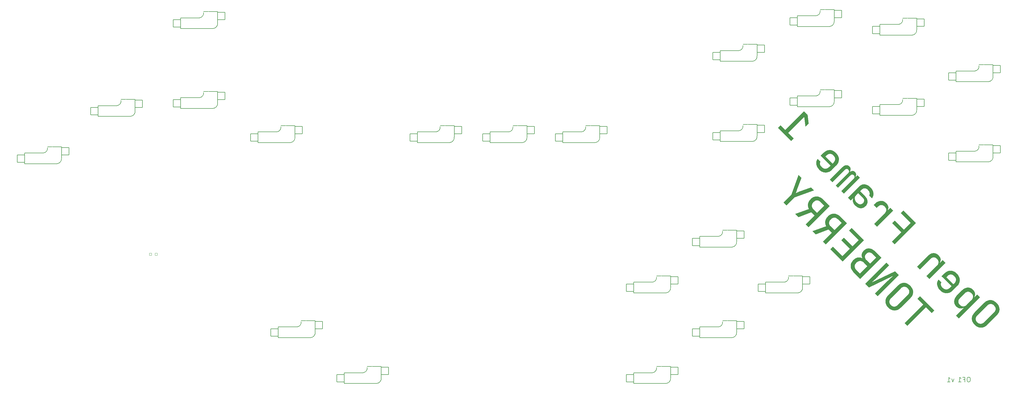
<source format=gbo>
%TF.GenerationSoftware,KiCad,Pcbnew,(7.0.0)*%
%TF.CreationDate,2023-02-14T15:50:17+01:00*%
%TF.ProjectId,OF1 v1,4f463120-7631-42e6-9b69-6361645f7063,rev?*%
%TF.SameCoordinates,Original*%
%TF.FileFunction,Legend,Bot*%
%TF.FilePolarity,Positive*%
%FSLAX46Y46*%
G04 Gerber Fmt 4.6, Leading zero omitted, Abs format (unit mm)*
G04 Created by KiCad (PCBNEW (7.0.0)) date 2023-02-14 15:50:17*
%MOMM*%
%LPD*%
G01*
G04 APERTURE LIST*
G04 Aperture macros list*
%AMRoundRect*
0 Rectangle with rounded corners*
0 $1 Rounding radius*
0 $2 $3 $4 $5 $6 $7 $8 $9 X,Y pos of 4 corners*
0 Add a 4 corners polygon primitive as box body*
4,1,4,$2,$3,$4,$5,$6,$7,$8,$9,$2,$3,0*
0 Add four circle primitives for the rounded corners*
1,1,$1+$1,$2,$3*
1,1,$1+$1,$4,$5*
1,1,$1+$1,$6,$7*
1,1,$1+$1,$8,$9*
0 Add four rect primitives between the rounded corners*
20,1,$1+$1,$2,$3,$4,$5,0*
20,1,$1+$1,$4,$5,$6,$7,0*
20,1,$1+$1,$6,$7,$8,$9,0*
20,1,$1+$1,$8,$9,$2,$3,0*%
%AMFreePoly0*
4,1,17,0.425901,0.806901,0.806901,0.425901,0.825500,0.381000,0.825500,-0.381000,0.806901,-0.425901,0.425901,-0.806901,0.381000,-0.825500,-0.381000,-0.825500,-0.425901,-0.806901,-0.806901,-0.425901,-0.825500,-0.381000,-0.825500,0.381000,-0.806901,0.425901,-0.425901,0.806901,-0.381000,0.825500,0.381000,0.825500,0.425901,0.806901,0.425901,0.806901,$1*%
G04 Aperture macros list end*
%ADD10C,0.150000*%
%ADD11C,0.142240*%
%ADD12C,0.127000*%
%ADD13O,3.175000X1.651000*%
%ADD14C,1.701800*%
%ADD15C,3.000000*%
%ADD16C,3.987800*%
%ADD17C,2.374900*%
%ADD18RoundRect,0.063500X1.275000X1.250000X-1.275000X1.250000X-1.275000X-1.250000X1.275000X-1.250000X0*%
%ADD19FreePoly0,0.000000*%
%ADD20O,4.622800X2.374900*%
%ADD21C,9.000000*%
%ADD22C,8.000000*%
%ADD23C,8.500000*%
%ADD24C,0.650000*%
%ADD25C,0.777000*%
%ADD26O,0.877000X1.627000*%
%ADD27C,2.100000*%
%ADD28C,1.500000*%
%ADD29O,3.327000X1.727000*%
%ADD30O,1.727000X3.327000*%
%ADD31RoundRect,0.063500X-0.400000X-0.400000X0.400000X-0.400000X0.400000X0.400000X-0.400000X0.400000X0*%
%ADD32O,2.227000X1.127000*%
%ADD33O,1.927000X1.127000*%
%ADD34O,1.651000X3.175000*%
G04 APERTURE END LIST*
D10*
G36*
X315272001Y-143213560D02*
G01*
X315413175Y-143226391D01*
X315553188Y-143246914D01*
X315692041Y-143275127D01*
X315829733Y-143311031D01*
X315966265Y-143354625D01*
X316101637Y-143405911D01*
X316235848Y-143464887D01*
X316368899Y-143531554D01*
X316500789Y-143605912D01*
X316631519Y-143687961D01*
X316761089Y-143777700D01*
X316889499Y-143875131D01*
X317016748Y-143980252D01*
X317142836Y-144093064D01*
X317267765Y-144213567D01*
X317388268Y-144338495D01*
X317501080Y-144464584D01*
X317606201Y-144591833D01*
X317703631Y-144720242D01*
X317793371Y-144849812D01*
X317875419Y-144980542D01*
X317949777Y-145112433D01*
X318016444Y-145245484D01*
X318075421Y-145379695D01*
X318126706Y-145515067D01*
X318170301Y-145651599D01*
X318206205Y-145789291D01*
X318234418Y-145928144D01*
X318254940Y-146068157D01*
X318267772Y-146209330D01*
X318272912Y-146351664D01*
X318270335Y-146493944D01*
X318260013Y-146634956D01*
X318241947Y-146774699D01*
X318216135Y-146913174D01*
X318182579Y-147050380D01*
X318141278Y-147186319D01*
X318092233Y-147320989D01*
X318035442Y-147454390D01*
X317970907Y-147586524D01*
X317898627Y-147717389D01*
X317818602Y-147846986D01*
X317730832Y-147975314D01*
X317635318Y-148102374D01*
X317532059Y-148228166D01*
X317421055Y-148352690D01*
X317302306Y-148475945D01*
X314024350Y-151753901D01*
X313899840Y-151873904D01*
X313774143Y-151986082D01*
X313647258Y-152090434D01*
X313519186Y-152186960D01*
X313389927Y-152275661D01*
X313259480Y-152356536D01*
X313127846Y-152429585D01*
X312995024Y-152494808D01*
X312861015Y-152552206D01*
X312725819Y-152601778D01*
X312589435Y-152643524D01*
X312451864Y-152677445D01*
X312313106Y-152703540D01*
X312173160Y-152721809D01*
X312032027Y-152732252D01*
X311889707Y-152734870D01*
X311747373Y-152729729D01*
X311606200Y-152716897D01*
X311466187Y-152696375D01*
X311327334Y-152668162D01*
X311189641Y-152632258D01*
X311053109Y-152588663D01*
X310917738Y-152537378D01*
X310783527Y-152478401D01*
X310650476Y-152411734D01*
X310518585Y-152337376D01*
X310387855Y-152255328D01*
X310258285Y-152165588D01*
X310129876Y-152068158D01*
X310002627Y-151963037D01*
X309876538Y-151850225D01*
X309751610Y-151729722D01*
X309631107Y-151604794D01*
X309518295Y-151478705D01*
X309413174Y-151351456D01*
X309315743Y-151223046D01*
X309226004Y-151093477D01*
X309143955Y-150962746D01*
X309069597Y-150830856D01*
X309002930Y-150697805D01*
X308943954Y-150563594D01*
X308892668Y-150428222D01*
X308849073Y-150291690D01*
X308813170Y-150153998D01*
X308784956Y-150015145D01*
X308764434Y-149875132D01*
X308753104Y-149750473D01*
X310088264Y-149750473D01*
X310096532Y-149866028D01*
X310114939Y-149980428D01*
X310143486Y-150093675D01*
X310182173Y-150205769D01*
X310231000Y-150316709D01*
X310289966Y-150426495D01*
X310359072Y-150535128D01*
X310438317Y-150642607D01*
X310527703Y-150748932D01*
X310627228Y-150854104D01*
X310697221Y-150921587D01*
X310803197Y-151014388D01*
X310910357Y-151097079D01*
X311018702Y-151169661D01*
X311128230Y-151232134D01*
X311238942Y-151284497D01*
X311350838Y-151326751D01*
X311463918Y-151358895D01*
X311578182Y-151380930D01*
X311693630Y-151392856D01*
X311810262Y-151394673D01*
X311888115Y-151390018D01*
X312004590Y-151374484D01*
X312120701Y-151348690D01*
X312236448Y-151312634D01*
X312351830Y-151266317D01*
X312466848Y-151209739D01*
X312581502Y-151142900D01*
X312695791Y-151065800D01*
X312809716Y-150978438D01*
X312885464Y-150914497D01*
X312961050Y-150845995D01*
X313036473Y-150772932D01*
X316321337Y-147488068D01*
X316357804Y-147451017D01*
X316427399Y-147376754D01*
X316492542Y-147302274D01*
X316581907Y-147190151D01*
X316661254Y-147077541D01*
X316730582Y-146964446D01*
X316789893Y-146850865D01*
X316839185Y-146736798D01*
X316878458Y-146622245D01*
X316907714Y-146507207D01*
X316926951Y-146391683D01*
X316936170Y-146275674D01*
X316935203Y-146159892D01*
X316923885Y-146045051D01*
X316902214Y-145931151D01*
X316870191Y-145818192D01*
X316827815Y-145706175D01*
X316775088Y-145595098D01*
X316712008Y-145484963D01*
X316638576Y-145375769D01*
X316554792Y-145267515D01*
X316460655Y-145160203D01*
X316392147Y-145089185D01*
X316321128Y-145020676D01*
X316213816Y-144926540D01*
X316105563Y-144842755D01*
X315996369Y-144769323D01*
X315886233Y-144706244D01*
X315775157Y-144653516D01*
X315663139Y-144611141D01*
X315550181Y-144579118D01*
X315436281Y-144557447D01*
X315321440Y-144546128D01*
X315205658Y-144545162D01*
X315166934Y-144547122D01*
X315051086Y-144559680D01*
X314935724Y-144582256D01*
X314820848Y-144614851D01*
X314706457Y-144657464D01*
X314592552Y-144710096D01*
X314479133Y-144772745D01*
X314366200Y-144845413D01*
X314253752Y-144928100D01*
X314141790Y-145020804D01*
X314067419Y-145088173D01*
X313993263Y-145159994D01*
X310708400Y-148444858D01*
X310671300Y-148482551D01*
X310600531Y-148558070D01*
X310534336Y-148633763D01*
X310443620Y-148747633D01*
X310363195Y-148861897D01*
X310293062Y-148976556D01*
X310233221Y-149091609D01*
X310183671Y-149207057D01*
X310144412Y-149322900D01*
X310115445Y-149439137D01*
X310096770Y-149555769D01*
X310088386Y-149672796D01*
X310088264Y-149750473D01*
X308753104Y-149750473D01*
X308751603Y-149733958D01*
X308746462Y-149591624D01*
X308749080Y-149449304D01*
X308759523Y-149308171D01*
X308777792Y-149168225D01*
X308803887Y-149029467D01*
X308837807Y-148891896D01*
X308879553Y-148755513D01*
X308929125Y-148620316D01*
X308986523Y-148486307D01*
X309051746Y-148353486D01*
X309124796Y-148221852D01*
X309205670Y-148091405D01*
X309294371Y-147962145D01*
X309390897Y-147834073D01*
X309495249Y-147707189D01*
X309607427Y-147581491D01*
X309727431Y-147456981D01*
X313005386Y-144179025D01*
X313128642Y-144060277D01*
X313253165Y-143949273D01*
X313378957Y-143846014D01*
X313506017Y-143750499D01*
X313634346Y-143662730D01*
X313763942Y-143582705D01*
X313894808Y-143510425D01*
X314026941Y-143445889D01*
X314160343Y-143389099D01*
X314295013Y-143340053D01*
X314430951Y-143298752D01*
X314568158Y-143265196D01*
X314706633Y-143239385D01*
X314846376Y-143221318D01*
X314987387Y-143210996D01*
X315129667Y-143208419D01*
X315272001Y-143213560D01*
G37*
G36*
X307575193Y-138914846D02*
G01*
X307702590Y-138924209D01*
X307828099Y-138940428D01*
X307951719Y-138963500D01*
X308073449Y-138993427D01*
X308193291Y-139030208D01*
X308311243Y-139073843D01*
X308427307Y-139124332D01*
X308541482Y-139181676D01*
X308653768Y-139245874D01*
X308764164Y-139316926D01*
X308872672Y-139394833D01*
X308979291Y-139479593D01*
X309084021Y-139571208D01*
X309186862Y-139669678D01*
X309260565Y-139745864D01*
X309330127Y-139822873D01*
X309395546Y-139900705D01*
X309456822Y-139979361D01*
X309540971Y-140098887D01*
X309615799Y-140220265D01*
X309681308Y-140343495D01*
X309737496Y-140468577D01*
X309784365Y-140595511D01*
X309821913Y-140724296D01*
X309850141Y-140854934D01*
X309869049Y-140987423D01*
X309873379Y-141031738D01*
X309880033Y-141164095D01*
X309877184Y-141295573D01*
X309864833Y-141426170D01*
X309842980Y-141555886D01*
X309811625Y-141684722D01*
X309770767Y-141812678D01*
X309720408Y-141939753D01*
X309660546Y-142065948D01*
X309591182Y-142191263D01*
X309539660Y-142274317D01*
X309483916Y-142356980D01*
X309494278Y-142367342D01*
X310578870Y-141282750D01*
X311552931Y-142256810D01*
X304257839Y-149551902D01*
X303273416Y-148567479D01*
X304846766Y-146994130D01*
X306104064Y-145778281D01*
X306083339Y-145757556D01*
X306003827Y-145810124D01*
X305883496Y-145881284D01*
X305761890Y-145943215D01*
X305639009Y-145995917D01*
X305514854Y-146039390D01*
X305389423Y-146073635D01*
X305262717Y-146098650D01*
X305134736Y-146114437D01*
X305005480Y-146120994D01*
X304874948Y-146118322D01*
X304743142Y-146106422D01*
X304611655Y-146084812D01*
X304482080Y-146054307D01*
X304354418Y-146014906D01*
X304228668Y-145966611D01*
X304104831Y-145909421D01*
X303982906Y-145843336D01*
X303862894Y-145768355D01*
X303744795Y-145684480D01*
X303667124Y-145623622D01*
X303590304Y-145558810D01*
X303514334Y-145490044D01*
X303439214Y-145417326D01*
X303339510Y-145313250D01*
X303246782Y-145207407D01*
X303161029Y-145099797D01*
X303082252Y-144990419D01*
X303010451Y-144879273D01*
X302945626Y-144766360D01*
X302887776Y-144651679D01*
X302836902Y-144535231D01*
X302793004Y-144417015D01*
X302756081Y-144297032D01*
X302726134Y-144175281D01*
X302703163Y-144051763D01*
X302687168Y-143926477D01*
X302678148Y-143799424D01*
X302677805Y-143777795D01*
X304124694Y-143777795D01*
X304132749Y-143894867D01*
X304150761Y-144010421D01*
X304178732Y-144124458D01*
X304216659Y-144236976D01*
X304264545Y-144347977D01*
X304322388Y-144457460D01*
X304390188Y-144565424D01*
X304467946Y-144671871D01*
X304555662Y-144776800D01*
X304653335Y-144880211D01*
X304720879Y-144945164D01*
X304823713Y-145034398D01*
X304928369Y-145113795D01*
X305034846Y-145183357D01*
X305143145Y-145243082D01*
X305253265Y-145292971D01*
X305365207Y-145333024D01*
X305478970Y-145363241D01*
X305594555Y-145383621D01*
X305711961Y-145394166D01*
X305831189Y-145394874D01*
X305910923Y-145389592D01*
X306029994Y-145373193D01*
X306148427Y-145346624D01*
X306266223Y-145309886D01*
X306383381Y-145262977D01*
X306499902Y-145205898D01*
X306615785Y-145138649D01*
X306731031Y-145061230D01*
X306845639Y-144973641D01*
X306921691Y-144909598D01*
X306997458Y-144841035D01*
X307072943Y-144767952D01*
X308537488Y-143303407D01*
X308574594Y-143265700D01*
X308645417Y-143190074D01*
X308711720Y-143114165D01*
X308802699Y-142999769D01*
X308883508Y-142884736D01*
X308954147Y-142769065D01*
X309014616Y-142652757D01*
X309064915Y-142535811D01*
X309105044Y-142418228D01*
X309135003Y-142300007D01*
X309154791Y-142181149D01*
X309164410Y-142061653D01*
X309165031Y-141981965D01*
X309157765Y-141863952D01*
X309140663Y-141747760D01*
X309113725Y-141633390D01*
X309076951Y-141520841D01*
X309030340Y-141410113D01*
X308973894Y-141301208D01*
X308907611Y-141194123D01*
X308831493Y-141088860D01*
X308745538Y-140985419D01*
X308649747Y-140883799D01*
X308580975Y-140817577D01*
X308476552Y-140726543D01*
X308370611Y-140645465D01*
X308263152Y-140574346D01*
X308154176Y-140513184D01*
X308043681Y-140461979D01*
X307931669Y-140420732D01*
X307818138Y-140389443D01*
X307703090Y-140368111D01*
X307586523Y-140356736D01*
X307468439Y-140355320D01*
X307389123Y-140359765D01*
X307270629Y-140375010D01*
X307152711Y-140400547D01*
X307035371Y-140436375D01*
X306918607Y-140482495D01*
X306802421Y-140538906D01*
X306686811Y-140605608D01*
X306571778Y-140682602D01*
X306457321Y-140769888D01*
X306381337Y-140833796D01*
X306305610Y-140902277D01*
X306230139Y-140975333D01*
X304755232Y-142450241D01*
X304680921Y-142526967D01*
X304611265Y-142603868D01*
X304546264Y-142680945D01*
X304485918Y-142758197D01*
X304404128Y-142874404D01*
X304332811Y-142991005D01*
X304271967Y-143108002D01*
X304221598Y-143225393D01*
X304181702Y-143343178D01*
X304152279Y-143461359D01*
X304133331Y-143579934D01*
X304124855Y-143698903D01*
X304124694Y-143777795D01*
X302677805Y-143777795D01*
X302676104Y-143670603D01*
X302681035Y-143540014D01*
X302692976Y-143408866D01*
X302711960Y-143278365D01*
X302737988Y-143148512D01*
X302771058Y-143019306D01*
X302811172Y-142890748D01*
X302858328Y-142762838D01*
X302912528Y-142635576D01*
X302973771Y-142508961D01*
X303042058Y-142382993D01*
X303117387Y-142257674D01*
X303199760Y-142133002D01*
X303289175Y-142008977D01*
X303385634Y-141885601D01*
X303489136Y-141762872D01*
X303599681Y-141640790D01*
X303717270Y-141519357D01*
X305299255Y-139937372D01*
X305419454Y-139821058D01*
X305540422Y-139711748D01*
X305662159Y-139609440D01*
X305784666Y-139514135D01*
X305907941Y-139425832D01*
X306031986Y-139344532D01*
X306156800Y-139270235D01*
X306282382Y-139202940D01*
X306408734Y-139142649D01*
X306535855Y-139089359D01*
X306663745Y-139043073D01*
X306792404Y-139003789D01*
X306921832Y-138971508D01*
X307052029Y-138946229D01*
X307182996Y-138927954D01*
X307314731Y-138916681D01*
X307445907Y-138912336D01*
X307575193Y-138914846D01*
G37*
G36*
X301556876Y-133115365D02*
G01*
X301697825Y-133126107D01*
X301838987Y-133144530D01*
X301980361Y-133170633D01*
X302121947Y-133204417D01*
X302216457Y-133231207D01*
X302310831Y-133261167D01*
X302404409Y-133294487D01*
X302497191Y-133331167D01*
X302589177Y-133371206D01*
X302680367Y-133414605D01*
X302770761Y-133461364D01*
X302860359Y-133511482D01*
X302949161Y-133564960D01*
X303037167Y-133621798D01*
X303124376Y-133681996D01*
X303210790Y-133745553D01*
X303296407Y-133812469D01*
X303381229Y-133882746D01*
X303465254Y-133956382D01*
X303548484Y-134033378D01*
X303630917Y-134113733D01*
X303711266Y-134196173D01*
X303788241Y-134279423D01*
X303861843Y-134363482D01*
X303932073Y-134448350D01*
X303998929Y-134534029D01*
X304062412Y-134620517D01*
X304122521Y-134707814D01*
X304179258Y-134795921D01*
X304232621Y-134884837D01*
X304282611Y-134974563D01*
X304329228Y-135065099D01*
X304372472Y-135156444D01*
X304412343Y-135248599D01*
X304448841Y-135341563D01*
X304481965Y-135435337D01*
X304511716Y-135529920D01*
X304538290Y-135624659D01*
X304571750Y-135766640D01*
X304597530Y-135908470D01*
X304615628Y-136050148D01*
X304626046Y-136191674D01*
X304628784Y-136333048D01*
X304623840Y-136474270D01*
X304611216Y-136615341D01*
X304590911Y-136756260D01*
X304562926Y-136897027D01*
X304527260Y-137037642D01*
X304484019Y-137176562D01*
X304433311Y-137313539D01*
X304395356Y-137403778D01*
X304354082Y-137493153D01*
X304309489Y-137581665D01*
X304261576Y-137669313D01*
X304210345Y-137756098D01*
X304155794Y-137842019D01*
X304097924Y-137927076D01*
X304036735Y-138011271D01*
X303972227Y-138094601D01*
X303904399Y-138177068D01*
X303833253Y-138258672D01*
X303758787Y-138339412D01*
X303681002Y-138419288D01*
X302199186Y-139901103D01*
X302158717Y-139941050D01*
X302077181Y-140018403D01*
X301994849Y-140092370D01*
X301911720Y-140162950D01*
X301827796Y-140230143D01*
X301743076Y-140293950D01*
X301657560Y-140354370D01*
X301571247Y-140411403D01*
X301484139Y-140465050D01*
X301396234Y-140515310D01*
X301307534Y-140562184D01*
X301218037Y-140605671D01*
X301127744Y-140645771D01*
X301036655Y-140682484D01*
X300944770Y-140715811D01*
X300805450Y-140759451D01*
X300665129Y-140794824D01*
X300524594Y-140822576D01*
X300383848Y-140842709D01*
X300242888Y-140855222D01*
X300101717Y-140860115D01*
X299960332Y-140857387D01*
X299818736Y-140847040D01*
X299676926Y-140829073D01*
X299534904Y-140803486D01*
X299392670Y-140770279D01*
X299297729Y-140743908D01*
X299203355Y-140713947D01*
X299109777Y-140680627D01*
X299016995Y-140643947D01*
X298925008Y-140603908D01*
X298833818Y-140560509D01*
X298743425Y-140513750D01*
X298653827Y-140463632D01*
X298565025Y-140410154D01*
X298477019Y-140353316D01*
X298389809Y-140293119D01*
X298303396Y-140229562D01*
X298217778Y-140162645D01*
X298132957Y-140092368D01*
X298048931Y-140018732D01*
X297965702Y-139941737D01*
X297883269Y-139861381D01*
X297777831Y-139752637D01*
X297677830Y-139642719D01*
X297583267Y-139531628D01*
X297494141Y-139419362D01*
X297410453Y-139305923D01*
X297332202Y-139191310D01*
X297259389Y-139075523D01*
X297192014Y-138958562D01*
X297130076Y-138840427D01*
X297073576Y-138721118D01*
X297022513Y-138600636D01*
X296976887Y-138478979D01*
X296936700Y-138356149D01*
X296901949Y-138232145D01*
X296872636Y-138106967D01*
X296848761Y-137980615D01*
X296830708Y-137854432D01*
X296818862Y-137729760D01*
X296813222Y-137606599D01*
X296813788Y-137484950D01*
X296820562Y-137364811D01*
X296833542Y-137246184D01*
X296852728Y-137129068D01*
X296878121Y-137013463D01*
X296909721Y-136899369D01*
X296947527Y-136786787D01*
X296991540Y-136675715D01*
X297041760Y-136566155D01*
X297098186Y-136458106D01*
X297160819Y-136351568D01*
X297229658Y-136246541D01*
X297304704Y-136143026D01*
X298278765Y-137117086D01*
X298217967Y-137224461D01*
X298169421Y-137333292D01*
X298133125Y-137443581D01*
X298109082Y-137555327D01*
X298097289Y-137668531D01*
X298097748Y-137783191D01*
X298110458Y-137899309D01*
X298135419Y-138016883D01*
X298172740Y-138135160D01*
X298221664Y-138254246D01*
X298265972Y-138344092D01*
X298316808Y-138434393D01*
X298374170Y-138525149D01*
X298438059Y-138616361D01*
X298508476Y-138708029D01*
X298585419Y-138800151D01*
X298668889Y-138892729D01*
X298758887Y-138985763D01*
X298795639Y-139021878D01*
X298869458Y-139090596D01*
X298943694Y-139154632D01*
X299055833Y-139241907D01*
X299168913Y-139318648D01*
X299282934Y-139384855D01*
X299397897Y-139440527D01*
X299513800Y-139485665D01*
X299630645Y-139520269D01*
X299748430Y-139544338D01*
X299867157Y-139557873D01*
X299986825Y-139560873D01*
X300026866Y-139559296D01*
X300146929Y-139547300D01*
X300266900Y-139524404D01*
X300386781Y-139490610D01*
X300506570Y-139445918D01*
X300626268Y-139390326D01*
X300745875Y-139323836D01*
X300865392Y-139246447D01*
X300945018Y-139188800D01*
X301024605Y-139126309D01*
X301104151Y-139058974D01*
X301183656Y-138986795D01*
X301263121Y-138909772D01*
X301750151Y-138422742D01*
X298650082Y-135322673D01*
X299976463Y-135322673D01*
X302413341Y-137759552D01*
X302681035Y-137491858D01*
X302756628Y-137413864D01*
X302827538Y-137335748D01*
X302893767Y-137257511D01*
X302955314Y-137179153D01*
X303038855Y-137061387D01*
X303111862Y-136943348D01*
X303174334Y-136825037D01*
X303226273Y-136706451D01*
X303267677Y-136587593D01*
X303298546Y-136468462D01*
X303318881Y-136349057D01*
X303328682Y-136229379D01*
X303329276Y-136149246D01*
X303321059Y-136029705D01*
X303301912Y-135910952D01*
X303271837Y-135792990D01*
X303230833Y-135675816D01*
X303178900Y-135559432D01*
X303116038Y-135443837D01*
X303042247Y-135329032D01*
X302957526Y-135215016D01*
X302894974Y-135139443D01*
X302827565Y-135064222D01*
X302755299Y-134989351D01*
X302717904Y-134952607D01*
X302642831Y-134882743D01*
X302567380Y-134817708D01*
X302453495Y-134729213D01*
X302338761Y-134651587D01*
X302223176Y-134584828D01*
X302106741Y-134528939D01*
X301989457Y-134483917D01*
X301871322Y-134449764D01*
X301752337Y-134426479D01*
X301632502Y-134414062D01*
X301511817Y-134412514D01*
X301391213Y-134421389D01*
X301270974Y-134440889D01*
X301151098Y-134471015D01*
X301031587Y-134511766D01*
X300912440Y-134563142D01*
X300793658Y-134625144D01*
X300675240Y-134697772D01*
X300557186Y-134781025D01*
X300478686Y-134842430D01*
X300400348Y-134908557D01*
X300322171Y-134979407D01*
X300244157Y-135054979D01*
X299976463Y-135322673D01*
X298650082Y-135322673D01*
X298358210Y-135030801D01*
X299339178Y-134049832D01*
X299378795Y-134010742D01*
X299458684Y-133935062D01*
X299539451Y-133862714D01*
X299621095Y-133793699D01*
X299703616Y-133728017D01*
X299787014Y-133665668D01*
X299871289Y-133606651D01*
X299956441Y-133550967D01*
X300042470Y-133498615D01*
X300129377Y-133449597D01*
X300217160Y-133403911D01*
X300305820Y-133361557D01*
X300440454Y-133304276D01*
X300577062Y-133254493D01*
X300715643Y-133212209D01*
X300855318Y-133176867D01*
X300995204Y-133149205D01*
X301135303Y-133129224D01*
X301275615Y-133116924D01*
X301416139Y-133112304D01*
X301556876Y-133115365D01*
G37*
G36*
X294168368Y-135925417D02*
G01*
X299694952Y-130398832D01*
X298720892Y-129424771D01*
X297601758Y-130543905D01*
X297581034Y-130523180D01*
X297643754Y-130440774D01*
X297701955Y-130358057D01*
X297755635Y-130275030D01*
X297827681Y-130149908D01*
X297889556Y-130024087D01*
X297941262Y-129897568D01*
X297982797Y-129770351D01*
X298014163Y-129642436D01*
X298035358Y-129513823D01*
X298046383Y-129384511D01*
X298047238Y-129254501D01*
X298042158Y-129167440D01*
X298026463Y-129036929D01*
X298000749Y-128907693D01*
X297965017Y-128779732D01*
X297919267Y-128653046D01*
X297863499Y-128527636D01*
X297797712Y-128403500D01*
X297721907Y-128280639D01*
X297665805Y-128199441D01*
X297605250Y-128118809D01*
X297540242Y-128038743D01*
X297470782Y-127959245D01*
X297396869Y-127880313D01*
X297358243Y-127841059D01*
X297255585Y-127742489D01*
X297151401Y-127650570D01*
X297045693Y-127565304D01*
X296938460Y-127486689D01*
X296829703Y-127414726D01*
X296719421Y-127349415D01*
X296607614Y-127290755D01*
X296494283Y-127238748D01*
X296379427Y-127193392D01*
X296263046Y-127154689D01*
X296145140Y-127122637D01*
X296025710Y-127097237D01*
X295904756Y-127078489D01*
X295782276Y-127066393D01*
X295658272Y-127060949D01*
X295532743Y-127062156D01*
X295406729Y-127069800D01*
X295281699Y-127084095D01*
X295157655Y-127105043D01*
X295034595Y-127132642D01*
X294912520Y-127166893D01*
X294791431Y-127207796D01*
X294671326Y-127255351D01*
X294552206Y-127309557D01*
X294434071Y-127370416D01*
X294316922Y-127437926D01*
X294200757Y-127512089D01*
X294085577Y-127592903D01*
X293971382Y-127680369D01*
X293858172Y-127774487D01*
X293745947Y-127875256D01*
X293634707Y-127982678D01*
X289930168Y-131687217D01*
X290916318Y-132673367D01*
X294501690Y-129087995D01*
X294572229Y-129019790D01*
X294678646Y-128925628D01*
X294785791Y-128841242D01*
X294893664Y-128766631D01*
X295002267Y-128701795D01*
X295111598Y-128646735D01*
X295221657Y-128601450D01*
X295332445Y-128565941D01*
X295443962Y-128540207D01*
X295556207Y-128524249D01*
X295669181Y-128518066D01*
X295781760Y-128520768D01*
X295892821Y-128532759D01*
X296002365Y-128554041D01*
X296110390Y-128584612D01*
X296216898Y-128624472D01*
X296321887Y-128673623D01*
X296425359Y-128732063D01*
X296527313Y-128799792D01*
X296627748Y-128876812D01*
X296726666Y-128963121D01*
X296791768Y-129025821D01*
X296887605Y-129127395D01*
X296973696Y-129230700D01*
X297050043Y-129335735D01*
X297116644Y-129442501D01*
X297173500Y-129550997D01*
X297220612Y-129661223D01*
X297257978Y-129773180D01*
X297285599Y-129886867D01*
X297303475Y-130002285D01*
X297311606Y-130119433D01*
X297311613Y-130198493D01*
X297302920Y-130317063D01*
X297283966Y-130435087D01*
X297254751Y-130552564D01*
X297215275Y-130669494D01*
X297165538Y-130785878D01*
X297105540Y-130901716D01*
X297035280Y-131017007D01*
X296954759Y-131131752D01*
X296863978Y-131245950D01*
X296797756Y-131321779D01*
X296726973Y-131397365D01*
X296689872Y-131435066D01*
X293183945Y-134940994D01*
X294168368Y-135925417D01*
G37*
G36*
X282270667Y-124027716D02*
G01*
X289565759Y-116732624D01*
X285227390Y-112394255D01*
X284351771Y-113269873D01*
X287724715Y-116642817D01*
X285394914Y-118972618D01*
X282281029Y-115858733D01*
X281405411Y-116734351D01*
X284500298Y-119829238D01*
X281286244Y-123043293D01*
X282270667Y-124027716D01*
G37*
G36*
X276196605Y-117953654D02*
G01*
X281723190Y-112427069D01*
X280749129Y-111453008D01*
X279674899Y-112527238D01*
X279654174Y-112506514D01*
X279714115Y-112426846D01*
X279795653Y-112306511D01*
X279867142Y-112185173D01*
X279928583Y-112062834D01*
X279979974Y-111939492D01*
X280021318Y-111815149D01*
X280052612Y-111689804D01*
X280073858Y-111563458D01*
X280085055Y-111436109D01*
X280086204Y-111307759D01*
X280077304Y-111178406D01*
X280058522Y-111049130D01*
X280030025Y-110921007D01*
X279991814Y-110794038D01*
X279943888Y-110668223D01*
X279886248Y-110543561D01*
X279818893Y-110420053D01*
X279741823Y-110297698D01*
X279685046Y-110216769D01*
X279623951Y-110136353D01*
X279558539Y-110056450D01*
X279488809Y-109977059D01*
X279414761Y-109898181D01*
X279376118Y-109858934D01*
X279269702Y-109756849D01*
X279161585Y-109661726D01*
X279051769Y-109573565D01*
X278940252Y-109492366D01*
X278827035Y-109418130D01*
X278712118Y-109350855D01*
X278595502Y-109290543D01*
X278477185Y-109237193D01*
X278357168Y-109190806D01*
X278235450Y-109151380D01*
X278112033Y-109118917D01*
X277986916Y-109093416D01*
X277860099Y-109074877D01*
X277731581Y-109063300D01*
X277601364Y-109058686D01*
X277469446Y-109061034D01*
X277337165Y-109070343D01*
X277205854Y-109086616D01*
X277075515Y-109109850D01*
X276946148Y-109140046D01*
X276817752Y-109177205D01*
X276690327Y-109221326D01*
X276563874Y-109272409D01*
X276438393Y-109330455D01*
X276313883Y-109395462D01*
X276190344Y-109467432D01*
X276067777Y-109546364D01*
X275946181Y-109632258D01*
X275825557Y-109725114D01*
X275705905Y-109824933D01*
X275587223Y-109931713D01*
X275469514Y-110045456D01*
X275065382Y-110449588D01*
X276060167Y-111444373D01*
X276381400Y-111123140D01*
X276455610Y-111051306D01*
X276530143Y-110983896D01*
X276605000Y-110920913D01*
X276717893Y-110834735D01*
X276831514Y-110758515D01*
X276945865Y-110692253D01*
X277060943Y-110635948D01*
X277176751Y-110589601D01*
X277293286Y-110553211D01*
X277410551Y-110526779D01*
X277528544Y-110510305D01*
X277607611Y-110504854D01*
X277726353Y-110505076D01*
X277844245Y-110516107D01*
X277961287Y-110537944D01*
X278077479Y-110570590D01*
X278192820Y-110614043D01*
X278307312Y-110668304D01*
X278420954Y-110733372D01*
X278533746Y-110809248D01*
X278645687Y-110895931D01*
X278719843Y-110959724D01*
X278793621Y-111028321D01*
X278830368Y-111064420D01*
X278899462Y-111136007D01*
X279023473Y-111279960D01*
X279128580Y-111424952D01*
X279214785Y-111570983D01*
X279282086Y-111718053D01*
X279330484Y-111866161D01*
X279359979Y-112015309D01*
X279370571Y-112165496D01*
X279362259Y-112316721D01*
X279335045Y-112468986D01*
X279288927Y-112622289D01*
X279223906Y-112776631D01*
X279139982Y-112932012D01*
X279037154Y-113088433D01*
X278978652Y-113167032D01*
X278915424Y-113245892D01*
X278847470Y-113325011D01*
X278774790Y-113404390D01*
X278697384Y-113484028D01*
X275212182Y-116969231D01*
X276196605Y-117953654D01*
G37*
G36*
X271894504Y-103375559D02*
G01*
X272026644Y-103386819D01*
X272157961Y-103405054D01*
X272288455Y-103430265D01*
X272418126Y-103462452D01*
X272546974Y-103501614D01*
X272674999Y-103547752D01*
X272802201Y-103600866D01*
X272928580Y-103660956D01*
X273054136Y-103728021D01*
X273178868Y-103802062D01*
X273302778Y-103883078D01*
X273425865Y-103971071D01*
X273548128Y-104066038D01*
X273669569Y-104167982D01*
X273790186Y-104276901D01*
X273909980Y-104392796D01*
X273946363Y-104429581D01*
X274017227Y-104503655D01*
X274085553Y-104578405D01*
X274151343Y-104653828D01*
X274214597Y-104729927D01*
X274275314Y-104806700D01*
X274361633Y-104923125D01*
X274442245Y-105041067D01*
X274517149Y-105160528D01*
X274586346Y-105281506D01*
X274649836Y-105404002D01*
X274707618Y-105528016D01*
X274759693Y-105653549D01*
X274791191Y-105737250D01*
X274833506Y-105862575D01*
X274869901Y-105987626D01*
X274900375Y-106112405D01*
X274924930Y-106236910D01*
X274943565Y-106361141D01*
X274956281Y-106485100D01*
X274963076Y-106608785D01*
X274963951Y-106732197D01*
X274958907Y-106855336D01*
X274947942Y-106978202D01*
X274936973Y-107059333D01*
X274915003Y-107179259D01*
X274886416Y-107297060D01*
X274851210Y-107412736D01*
X274809386Y-107526286D01*
X274760944Y-107637712D01*
X274705884Y-107747012D01*
X274644206Y-107854188D01*
X274575910Y-107959238D01*
X274500995Y-108062163D01*
X274419462Y-108162963D01*
X273454037Y-107197538D01*
X273470405Y-107172059D01*
X273528626Y-107067882D01*
X273575243Y-106960090D01*
X273610257Y-106848681D01*
X273633666Y-106733656D01*
X273645472Y-106615015D01*
X273645675Y-106492759D01*
X273634274Y-106366886D01*
X273618108Y-106270108D01*
X273603522Y-106204912D01*
X273576331Y-106107927D01*
X273542765Y-106011913D01*
X273502823Y-105916871D01*
X273456506Y-105822800D01*
X273403814Y-105729701D01*
X273344747Y-105637573D01*
X273279304Y-105546417D01*
X273207486Y-105456232D01*
X273129293Y-105367019D01*
X273044724Y-105278777D01*
X272979791Y-105215949D01*
X272881759Y-105128967D01*
X272782967Y-105050697D01*
X272683417Y-104981141D01*
X272583108Y-104920298D01*
X272482039Y-104868167D01*
X272380212Y-104824750D01*
X272277626Y-104790045D01*
X272174281Y-104764053D01*
X272070176Y-104746774D01*
X271965313Y-104738208D01*
X271895226Y-104737189D01*
X271791182Y-104743175D01*
X271688444Y-104758177D01*
X271587012Y-104782196D01*
X271486885Y-104815231D01*
X271388063Y-104857282D01*
X271290547Y-104908350D01*
X271194336Y-104968435D01*
X271099430Y-105037535D01*
X271005830Y-105115653D01*
X270913535Y-105202787D01*
X270385056Y-105731266D01*
X271975676Y-107321886D01*
X272083226Y-107432917D01*
X272184380Y-107544515D01*
X272279139Y-107656679D01*
X272367502Y-107769410D01*
X272449470Y-107882708D01*
X272525042Y-107996572D01*
X272594219Y-108111003D01*
X272657000Y-108226001D01*
X272713386Y-108341566D01*
X272763376Y-108457697D01*
X272806971Y-108574395D01*
X272844170Y-108691659D01*
X272874974Y-108809490D01*
X272899382Y-108927888D01*
X272917394Y-109046853D01*
X272929012Y-109166384D01*
X272934125Y-109285079D01*
X272932628Y-109402397D01*
X272924519Y-109518339D01*
X272909798Y-109632905D01*
X272888466Y-109746095D01*
X272860523Y-109857909D01*
X272825968Y-109968346D01*
X272784802Y-110077407D01*
X272737025Y-110185092D01*
X272682636Y-110291400D01*
X272621636Y-110396332D01*
X272554024Y-110499888D01*
X272479801Y-110602068D01*
X272398967Y-110702872D01*
X272311521Y-110802299D01*
X272217464Y-110900350D01*
X272121990Y-110991978D01*
X272025113Y-111077319D01*
X271926832Y-111156373D01*
X271827149Y-111229139D01*
X271726062Y-111295617D01*
X271623572Y-111355807D01*
X271519679Y-111409711D01*
X271414382Y-111457326D01*
X271307682Y-111498654D01*
X271199579Y-111533694D01*
X271090073Y-111562447D01*
X270979163Y-111584912D01*
X270866851Y-111601090D01*
X270753135Y-111610980D01*
X270638016Y-111614583D01*
X270521493Y-111611898D01*
X270404762Y-111602662D01*
X270288583Y-111587044D01*
X270172958Y-111565045D01*
X270057886Y-111536663D01*
X269943367Y-111501899D01*
X269829402Y-111460753D01*
X269715989Y-111413225D01*
X269603130Y-111359316D01*
X269490824Y-111299024D01*
X269379071Y-111232350D01*
X269267872Y-111159294D01*
X269157225Y-111079856D01*
X269047132Y-110994036D01*
X268937592Y-110901834D01*
X268828605Y-110803250D01*
X268720172Y-110698284D01*
X268635323Y-110611075D01*
X268554779Y-110523447D01*
X268478539Y-110435400D01*
X268406603Y-110346936D01*
X268338971Y-110258053D01*
X268275643Y-110168752D01*
X268216620Y-110079033D01*
X268161900Y-109988895D01*
X268111485Y-109898339D01*
X268065374Y-109807365D01*
X268023567Y-109715973D01*
X267986064Y-109624162D01*
X267952866Y-109531933D01*
X267911138Y-109392806D01*
X267879095Y-109252737D01*
X267863093Y-109159449D01*
X267847893Y-109021844D01*
X267843258Y-108887032D01*
X267849188Y-108755014D01*
X267865683Y-108625788D01*
X267892743Y-108499355D01*
X267930367Y-108375715D01*
X267978556Y-108254869D01*
X268037309Y-108136815D01*
X268059994Y-108099096D01*
X268537124Y-108099096D01*
X268537271Y-108225848D01*
X268547466Y-108356394D01*
X268567209Y-108487249D01*
X268595999Y-108616222D01*
X268633836Y-108743312D01*
X268680719Y-108868521D01*
X268736650Y-108991847D01*
X268801627Y-109113290D01*
X268875651Y-109232852D01*
X268958722Y-109350532D01*
X269019128Y-109427939D01*
X269083556Y-109504510D01*
X269152004Y-109580244D01*
X269224473Y-109655141D01*
X269291680Y-109720351D01*
X269392743Y-109810931D01*
X269494110Y-109892828D01*
X269595780Y-109966042D01*
X269697754Y-110030574D01*
X269800032Y-110086423D01*
X269902613Y-110133590D01*
X270005498Y-110172075D01*
X270108686Y-110201877D01*
X270212178Y-110222996D01*
X270315973Y-110235433D01*
X270384900Y-110238867D01*
X270486900Y-110236656D01*
X270587229Y-110225610D01*
X270685889Y-110205730D01*
X270782879Y-110177016D01*
X270878200Y-110139468D01*
X270971850Y-110093085D01*
X271063831Y-110037868D01*
X271154143Y-109973817D01*
X271242784Y-109900932D01*
X271329756Y-109819212D01*
X271404372Y-109740133D01*
X271471490Y-109659628D01*
X271531108Y-109577695D01*
X271583229Y-109494336D01*
X271641058Y-109380971D01*
X271685557Y-109265069D01*
X271716725Y-109146631D01*
X271734562Y-109025656D01*
X271739069Y-108902144D01*
X271738111Y-108871010D01*
X271725913Y-108747687D01*
X271700331Y-108626307D01*
X271661365Y-108506871D01*
X271609013Y-108389377D01*
X271560966Y-108302531D01*
X271505390Y-108216779D01*
X271442285Y-108132119D01*
X271371651Y-108048553D01*
X271293488Y-107966079D01*
X269721865Y-106394456D01*
X268956779Y-107159543D01*
X268897701Y-107221697D01*
X268817459Y-107318090D01*
X268747265Y-107418278D01*
X268687120Y-107522260D01*
X268637024Y-107630038D01*
X268596976Y-107741610D01*
X268566976Y-107856977D01*
X268547026Y-107976139D01*
X268537124Y-108099096D01*
X268059994Y-108099096D01*
X268106628Y-108021554D01*
X268186511Y-107909086D01*
X268176149Y-107898724D01*
X267158912Y-108915961D01*
X266193486Y-107950535D01*
X269987832Y-104156190D01*
X270094451Y-104053969D01*
X270202743Y-103958873D01*
X270312708Y-103870901D01*
X270424346Y-103790053D01*
X270537657Y-103716330D01*
X270652642Y-103649730D01*
X270769299Y-103590254D01*
X270887629Y-103537903D01*
X271007633Y-103492676D01*
X271129309Y-103454572D01*
X271252659Y-103423593D01*
X271377682Y-103399738D01*
X271504378Y-103383007D01*
X271632747Y-103373401D01*
X271762789Y-103370918D01*
X271894504Y-103375559D01*
G37*
G36*
X264806659Y-106563708D02*
G01*
X270333244Y-101037123D01*
X269486986Y-100190865D01*
X268735715Y-100942135D01*
X268676995Y-100883415D01*
X268735223Y-100799211D01*
X268787500Y-100714339D01*
X268847947Y-100600137D01*
X268897816Y-100484748D01*
X268937107Y-100368172D01*
X268965819Y-100250408D01*
X268983953Y-100131457D01*
X268991509Y-100011318D01*
X268991320Y-99950804D01*
X268983305Y-99831070D01*
X268964443Y-99715384D01*
X268934732Y-99603746D01*
X268894173Y-99496156D01*
X268842766Y-99392613D01*
X268780511Y-99293119D01*
X268707408Y-99197672D01*
X268623457Y-99106273D01*
X268539182Y-99029284D01*
X268450427Y-98962387D01*
X268357193Y-98905583D01*
X268259479Y-98858872D01*
X268157286Y-98822253D01*
X268050613Y-98795726D01*
X267939461Y-98779292D01*
X267823829Y-98772951D01*
X267705418Y-98775433D01*
X267585927Y-98787199D01*
X267465357Y-98808247D01*
X267343707Y-98838579D01*
X267220978Y-98878193D01*
X267128223Y-98913996D01*
X267034860Y-98955020D01*
X266940891Y-99001266D01*
X266846314Y-99052734D01*
X266796230Y-99002649D01*
X266854427Y-98918415D01*
X266906613Y-98833452D01*
X266966844Y-98719034D01*
X267016389Y-98603321D01*
X267055248Y-98486313D01*
X267083420Y-98368010D01*
X267100907Y-98248411D01*
X267107707Y-98127517D01*
X267107100Y-98066584D01*
X267097682Y-97945447D01*
X267077200Y-97828142D01*
X267045654Y-97714669D01*
X267003045Y-97605028D01*
X266949371Y-97499219D01*
X266884633Y-97397241D01*
X266808832Y-97299096D01*
X266721966Y-97204782D01*
X266628690Y-97118488D01*
X266531497Y-97042243D01*
X266430388Y-96976047D01*
X266325363Y-96919899D01*
X266216422Y-96873799D01*
X266103565Y-96837749D01*
X265986791Y-96811747D01*
X265866101Y-96795793D01*
X265741495Y-96789889D01*
X265612972Y-96794033D01*
X265525115Y-96802378D01*
X265392368Y-96822779D01*
X265260956Y-96852894D01*
X265130880Y-96892724D01*
X265002140Y-96942269D01*
X264874736Y-97001529D01*
X264748668Y-97070503D01*
X264665364Y-97121883D01*
X264582654Y-97177581D01*
X264500538Y-97237596D01*
X264419016Y-97301929D01*
X264338087Y-97370580D01*
X264257752Y-97443548D01*
X264178010Y-97520834D01*
X259970897Y-101727946D01*
X260867240Y-102624289D01*
X265048447Y-98443083D01*
X265133228Y-98362646D01*
X265217024Y-98291884D01*
X265299835Y-98230796D01*
X265422205Y-98157303D01*
X265542359Y-98105578D01*
X265660296Y-98075619D01*
X265776017Y-98067427D01*
X265889523Y-98081003D01*
X266000812Y-98116345D01*
X266109884Y-98173454D01*
X266216741Y-98252330D01*
X266286748Y-98317007D01*
X266366675Y-98405536D01*
X266431591Y-98496257D01*
X266481497Y-98589171D01*
X266516392Y-98684277D01*
X266536277Y-98781576D01*
X266541151Y-98881067D01*
X266538898Y-98921478D01*
X266523339Y-99022613D01*
X266492854Y-99124171D01*
X266447443Y-99226150D01*
X266387106Y-99328550D01*
X266328089Y-99410775D01*
X266259519Y-99493269D01*
X266181397Y-99576032D01*
X262000190Y-103757239D01*
X262777366Y-104534415D01*
X266958573Y-100353208D01*
X267039070Y-100277515D01*
X267119945Y-100211050D01*
X267201198Y-100153814D01*
X267303295Y-100095248D01*
X267405982Y-100051101D01*
X267509260Y-100021376D01*
X267613128Y-100006070D01*
X267716229Y-100004687D01*
X267816125Y-100017808D01*
X267912816Y-100045435D01*
X268006303Y-100087565D01*
X268096586Y-100144201D01*
X268183664Y-100215341D01*
X268217598Y-100247858D01*
X268310986Y-100353237D01*
X268382606Y-100460832D01*
X268432460Y-100570644D01*
X268460547Y-100682672D01*
X268466866Y-100796916D01*
X268451419Y-100913376D01*
X268414204Y-101032052D01*
X268355223Y-101152944D01*
X268274475Y-101276053D01*
X268208550Y-101359356D01*
X268132950Y-101443645D01*
X268091523Y-101486158D01*
X263910316Y-105667365D01*
X264806659Y-106563708D01*
G37*
G36*
X260017683Y-91576173D02*
G01*
X260158632Y-91586915D01*
X260299794Y-91605337D01*
X260441168Y-91631440D01*
X260582755Y-91665224D01*
X260677264Y-91692014D01*
X260771638Y-91721974D01*
X260865216Y-91755294D01*
X260957999Y-91791974D01*
X261049985Y-91832013D01*
X261141175Y-91875413D01*
X261231569Y-91922171D01*
X261321166Y-91972290D01*
X261409968Y-92025768D01*
X261497974Y-92082606D01*
X261585184Y-92142803D01*
X261671597Y-92206360D01*
X261757215Y-92273277D01*
X261842036Y-92343553D01*
X261926062Y-92417189D01*
X262009291Y-92494185D01*
X262091724Y-92574540D01*
X262172073Y-92656980D01*
X262249048Y-92740230D01*
X262322651Y-92824289D01*
X262392880Y-92909158D01*
X262459736Y-92994836D01*
X262523219Y-93081324D01*
X262583329Y-93168621D01*
X262640065Y-93256728D01*
X262693429Y-93345645D01*
X262743419Y-93435371D01*
X262790036Y-93525906D01*
X262833280Y-93617251D01*
X262873150Y-93709406D01*
X262909648Y-93802370D01*
X262942772Y-93896144D01*
X262972524Y-93990728D01*
X262999098Y-94085466D01*
X263032558Y-94227448D01*
X263058337Y-94369277D01*
X263076436Y-94510955D01*
X263086854Y-94652481D01*
X263089591Y-94793855D01*
X263084648Y-94935077D01*
X263072024Y-95076148D01*
X263051719Y-95217067D01*
X263023733Y-95357834D01*
X262988067Y-95498449D01*
X262944827Y-95637369D01*
X262894118Y-95774347D01*
X262856163Y-95864585D01*
X262814889Y-95953961D01*
X262770296Y-96042472D01*
X262722384Y-96130120D01*
X262671152Y-96216905D01*
X262616601Y-96302826D01*
X262558732Y-96387884D01*
X262497542Y-96472078D01*
X262433034Y-96555408D01*
X262365207Y-96637875D01*
X262294060Y-96719479D01*
X262219594Y-96800219D01*
X262141809Y-96880095D01*
X260659993Y-98361911D01*
X260619524Y-98401857D01*
X260537988Y-98479211D01*
X260455656Y-98553177D01*
X260372528Y-98623757D01*
X260288604Y-98690951D01*
X260203883Y-98754757D01*
X260118367Y-98815177D01*
X260032054Y-98872211D01*
X259944946Y-98925858D01*
X259857041Y-98976118D01*
X259768341Y-99022991D01*
X259678844Y-99066478D01*
X259588551Y-99106578D01*
X259497463Y-99143291D01*
X259405578Y-99176618D01*
X259266258Y-99220259D01*
X259125936Y-99255631D01*
X258985402Y-99283384D01*
X258844655Y-99303517D01*
X258703696Y-99316029D01*
X258562524Y-99320922D01*
X258421140Y-99318195D01*
X258279543Y-99307848D01*
X258137734Y-99289881D01*
X257995712Y-99264293D01*
X257853477Y-99231086D01*
X257758536Y-99204715D01*
X257664162Y-99174755D01*
X257570584Y-99141435D01*
X257477802Y-99104755D01*
X257385816Y-99064715D01*
X257294626Y-99021316D01*
X257204232Y-98974558D01*
X257114634Y-98924439D01*
X257025832Y-98870961D01*
X256937826Y-98814123D01*
X256850617Y-98753926D01*
X256764203Y-98690369D01*
X256678586Y-98623452D01*
X256593764Y-98553176D01*
X256509739Y-98479540D01*
X256426509Y-98402544D01*
X256344076Y-98322189D01*
X256238638Y-98213445D01*
X256138637Y-98103527D01*
X256044074Y-97992435D01*
X255954948Y-97880170D01*
X255871260Y-97766730D01*
X255793010Y-97652117D01*
X255720197Y-97536330D01*
X255652821Y-97419369D01*
X255590883Y-97301234D01*
X255534383Y-97181926D01*
X255483320Y-97061443D01*
X255437695Y-96939787D01*
X255397507Y-96816956D01*
X255362757Y-96692952D01*
X255333444Y-96567774D01*
X255309569Y-96441423D01*
X255291515Y-96315239D01*
X255279669Y-96190567D01*
X255274029Y-96067407D01*
X255274596Y-95945757D01*
X255281369Y-95825619D01*
X255294349Y-95706991D01*
X255313535Y-95589875D01*
X255338929Y-95474270D01*
X255370528Y-95360177D01*
X255408335Y-95247594D01*
X255452348Y-95136523D01*
X255502567Y-95026962D01*
X255558994Y-94918913D01*
X255621626Y-94812375D01*
X255690466Y-94707349D01*
X255765512Y-94603833D01*
X256739572Y-95577894D01*
X256678775Y-95685268D01*
X256630228Y-95794100D01*
X256593933Y-95904389D01*
X256569889Y-96016135D01*
X256558096Y-96129338D01*
X256558555Y-96243998D01*
X256571265Y-96360116D01*
X256596227Y-96477691D01*
X256633547Y-96595967D01*
X256682472Y-96715053D01*
X256726780Y-96804899D01*
X256777615Y-96895200D01*
X256834977Y-96985957D01*
X256898866Y-97077169D01*
X256969283Y-97168836D01*
X257046226Y-97260959D01*
X257129697Y-97353537D01*
X257219694Y-97446570D01*
X257256447Y-97482685D01*
X257330265Y-97551403D01*
X257404501Y-97615439D01*
X257516640Y-97702714D01*
X257629721Y-97779456D01*
X257743742Y-97845662D01*
X257858704Y-97901335D01*
X257974608Y-97946472D01*
X258091452Y-97981076D01*
X258209238Y-98005145D01*
X258327965Y-98018680D01*
X258447632Y-98021680D01*
X258487674Y-98020104D01*
X258607736Y-98008107D01*
X258727708Y-97985212D01*
X258847588Y-97951418D01*
X258967377Y-97906725D01*
X259087076Y-97851134D01*
X259206683Y-97784643D01*
X259326199Y-97707255D01*
X259405826Y-97649607D01*
X259485412Y-97587116D01*
X259564958Y-97519781D01*
X259644463Y-97447602D01*
X259723928Y-97370580D01*
X260210958Y-96883549D01*
X257110890Y-93783481D01*
X258437270Y-93783481D01*
X260874149Y-96220359D01*
X261141843Y-95952665D01*
X261217435Y-95874671D01*
X261288346Y-95796555D01*
X261354574Y-95718318D01*
X261416121Y-95639960D01*
X261499662Y-95522194D01*
X261572669Y-95404156D01*
X261635142Y-95285844D01*
X261687080Y-95167259D01*
X261728484Y-95048400D01*
X261759353Y-94929269D01*
X261779688Y-94809864D01*
X261789489Y-94690186D01*
X261790083Y-94610053D01*
X261781866Y-94490512D01*
X261762720Y-94371760D01*
X261732645Y-94253797D01*
X261691641Y-94136624D01*
X261639707Y-94020239D01*
X261576845Y-93904645D01*
X261503054Y-93789839D01*
X261418334Y-93675823D01*
X261355782Y-93600251D01*
X261288373Y-93525029D01*
X261216106Y-93450159D01*
X261178711Y-93413415D01*
X261103638Y-93343550D01*
X261028187Y-93278515D01*
X260914303Y-93190021D01*
X260799568Y-93112394D01*
X260683983Y-93045636D01*
X260567549Y-92989746D01*
X260450264Y-92944724D01*
X260332129Y-92910571D01*
X260213144Y-92887286D01*
X260093309Y-92874870D01*
X259972624Y-92873321D01*
X259852021Y-92882196D01*
X259731781Y-92901696D01*
X259611906Y-92931822D01*
X259492394Y-92972573D01*
X259373248Y-93023950D01*
X259254465Y-93085952D01*
X259136047Y-93158579D01*
X259017993Y-93241832D01*
X258939493Y-93303237D01*
X258861155Y-93369365D01*
X258782979Y-93440215D01*
X258704964Y-93515787D01*
X258437270Y-93783481D01*
X257110890Y-93783481D01*
X256819017Y-93491608D01*
X257799986Y-92510639D01*
X257839602Y-92471549D01*
X257919492Y-92395869D01*
X258000259Y-92323522D01*
X258081903Y-92254507D01*
X258164424Y-92188825D01*
X258247822Y-92126475D01*
X258332097Y-92067458D01*
X258417249Y-92011774D01*
X258503278Y-91959423D01*
X258590184Y-91910404D01*
X258677967Y-91864718D01*
X258766627Y-91822365D01*
X258901262Y-91765083D01*
X259037870Y-91715300D01*
X259176451Y-91673016D01*
X259316125Y-91637674D01*
X259456012Y-91610012D01*
X259596111Y-91590031D01*
X259736422Y-91577731D01*
X259876946Y-91573112D01*
X260017683Y-91576173D01*
G37*
G36*
X246684642Y-88441691D02*
G01*
X247560261Y-87566073D01*
X245620775Y-85626587D01*
X251130089Y-80117273D01*
X251624027Y-83523031D01*
X252694803Y-82452255D01*
X252339029Y-79505894D01*
X251055825Y-78222691D01*
X244636352Y-84642164D01*
X243044005Y-83049817D01*
X242168386Y-83925435D01*
X246684642Y-88441691D01*
G37*
G36*
X286601436Y-152117273D02*
G01*
X293020910Y-145697800D01*
X294991483Y-147668373D01*
X295867101Y-146792754D01*
X290951895Y-141877548D01*
X290076277Y-142753166D01*
X292036487Y-144713377D01*
X285617013Y-151132850D01*
X286601436Y-152117273D01*
G37*
G36*
X285590096Y-137290442D02*
G01*
X285731269Y-137303274D01*
X285871282Y-137323796D01*
X286010135Y-137352009D01*
X286147827Y-137387913D01*
X286284359Y-137431508D01*
X286419731Y-137482793D01*
X286553942Y-137541770D01*
X286686993Y-137608437D01*
X286818884Y-137682795D01*
X286949614Y-137764843D01*
X287079184Y-137854583D01*
X287207593Y-137952013D01*
X287334842Y-138057134D01*
X287460931Y-138169946D01*
X287585859Y-138290449D01*
X287706362Y-138415377D01*
X287819174Y-138541466D01*
X287924295Y-138668715D01*
X288021726Y-138797125D01*
X288111465Y-138926694D01*
X288193514Y-139057425D01*
X288267872Y-139189315D01*
X288334539Y-139322366D01*
X288393515Y-139456577D01*
X288444801Y-139591949D01*
X288488395Y-139728481D01*
X288524299Y-139866173D01*
X288552512Y-140005026D01*
X288573035Y-140145039D01*
X288585866Y-140286213D01*
X288591007Y-140428547D01*
X288588430Y-140570826D01*
X288578108Y-140711838D01*
X288560041Y-140851581D01*
X288534230Y-140990056D01*
X288500674Y-141127263D01*
X288459373Y-141263201D01*
X288410327Y-141397871D01*
X288353536Y-141531273D01*
X288289001Y-141663406D01*
X288216721Y-141794271D01*
X288136696Y-141923868D01*
X288048927Y-142052197D01*
X287953412Y-142179257D01*
X287850153Y-142305049D01*
X287739149Y-142429572D01*
X287620400Y-142552828D01*
X284342445Y-145830783D01*
X284217935Y-145950787D01*
X284092237Y-146062965D01*
X283965353Y-146167317D01*
X283837281Y-146263843D01*
X283708021Y-146352544D01*
X283577574Y-146433418D01*
X283445940Y-146506468D01*
X283313118Y-146571691D01*
X283179110Y-146629089D01*
X283043913Y-146678661D01*
X282907530Y-146720407D01*
X282769959Y-146754327D01*
X282631201Y-146780422D01*
X282491255Y-146798691D01*
X282350122Y-146809134D01*
X282207802Y-146811752D01*
X282065468Y-146806611D01*
X281924294Y-146793780D01*
X281784281Y-146773257D01*
X281645428Y-146745044D01*
X281507736Y-146709140D01*
X281371204Y-146665546D01*
X281235832Y-146614260D01*
X281101621Y-146555284D01*
X280968570Y-146488617D01*
X280836680Y-146414259D01*
X280705949Y-146332210D01*
X280576380Y-146242471D01*
X280447970Y-146145040D01*
X280320721Y-146039919D01*
X280194632Y-145927107D01*
X280069704Y-145806604D01*
X279949201Y-145681676D01*
X279836389Y-145555587D01*
X279731268Y-145428338D01*
X279633838Y-145299929D01*
X279544098Y-145170359D01*
X279462050Y-145039629D01*
X279387692Y-144907738D01*
X279321025Y-144774687D01*
X279262048Y-144640476D01*
X279210763Y-144505104D01*
X279167168Y-144368572D01*
X279131264Y-144230880D01*
X279103051Y-144092027D01*
X279082529Y-143952014D01*
X279071198Y-143827356D01*
X280406359Y-143827356D01*
X280414626Y-143942910D01*
X280433034Y-144057311D01*
X280461581Y-144170558D01*
X280500268Y-144282651D01*
X280549094Y-144393591D01*
X280608060Y-144503377D01*
X280677166Y-144612010D01*
X280756412Y-144719489D01*
X280845797Y-144825814D01*
X280945322Y-144930986D01*
X281015315Y-144998470D01*
X281121292Y-145091270D01*
X281228452Y-145173962D01*
X281336796Y-145246544D01*
X281446324Y-145309016D01*
X281557036Y-145361379D01*
X281668933Y-145403633D01*
X281782013Y-145435778D01*
X281896277Y-145457813D01*
X282011725Y-145469739D01*
X282128357Y-145471555D01*
X282206209Y-145466900D01*
X282322685Y-145451367D01*
X282438795Y-145425572D01*
X282554542Y-145389517D01*
X282669924Y-145343200D01*
X282784942Y-145286622D01*
X282899596Y-145219783D01*
X283013885Y-145142682D01*
X283127811Y-145055321D01*
X283203558Y-144991379D01*
X283279144Y-144922877D01*
X283354568Y-144849814D01*
X286639432Y-141564951D01*
X286675899Y-141527900D01*
X286745494Y-141453636D01*
X286810636Y-141379157D01*
X286900002Y-141267033D01*
X286979348Y-141154424D01*
X287048677Y-141041328D01*
X287107987Y-140927747D01*
X287157279Y-140813680D01*
X287196553Y-140699128D01*
X287225808Y-140584090D01*
X287245045Y-140468566D01*
X287254264Y-140352556D01*
X287253298Y-140236774D01*
X287241979Y-140121933D01*
X287220308Y-140008033D01*
X287188285Y-139895075D01*
X287145910Y-139783057D01*
X287093182Y-139671981D01*
X287030103Y-139561845D01*
X286956671Y-139452651D01*
X286872886Y-139344398D01*
X286778750Y-139237086D01*
X286710241Y-139166067D01*
X286639223Y-139097559D01*
X286531911Y-139003422D01*
X286423657Y-138919638D01*
X286314463Y-138846206D01*
X286204328Y-138783126D01*
X286093251Y-138730399D01*
X285981234Y-138688023D01*
X285868275Y-138656000D01*
X285754375Y-138634329D01*
X285639534Y-138623011D01*
X285523752Y-138622044D01*
X285485029Y-138624004D01*
X285369181Y-138636562D01*
X285253819Y-138659139D01*
X285138942Y-138691734D01*
X285024552Y-138734347D01*
X284910647Y-138786978D01*
X284797228Y-138849628D01*
X284684294Y-138922296D01*
X284571847Y-139004982D01*
X284459885Y-139097687D01*
X284385513Y-139165055D01*
X284311358Y-139236877D01*
X281026494Y-142521741D01*
X280989394Y-142559434D01*
X280918625Y-142634952D01*
X280852431Y-142710646D01*
X280761714Y-142824515D01*
X280681290Y-142938779D01*
X280611157Y-143053438D01*
X280551315Y-143168492D01*
X280501765Y-143283940D01*
X280462507Y-143399782D01*
X280433540Y-143516020D01*
X280414864Y-143632652D01*
X280406480Y-143749679D01*
X280406359Y-143827356D01*
X279071198Y-143827356D01*
X279069697Y-143810841D01*
X279064556Y-143668507D01*
X279067174Y-143526187D01*
X279077617Y-143385054D01*
X279095886Y-143245108D01*
X279121981Y-143106350D01*
X279155902Y-142968779D01*
X279197648Y-142832395D01*
X279247220Y-142697199D01*
X279304617Y-142563190D01*
X279369841Y-142430368D01*
X279442890Y-142298734D01*
X279523765Y-142168287D01*
X279612466Y-142039028D01*
X279708992Y-141910956D01*
X279813344Y-141784071D01*
X279925522Y-141658374D01*
X280045525Y-141533864D01*
X283323481Y-138255908D01*
X283446736Y-138137159D01*
X283571260Y-138026155D01*
X283697052Y-137922896D01*
X283824112Y-137827382D01*
X283952440Y-137739612D01*
X284082037Y-137659587D01*
X284212902Y-137587307D01*
X284345035Y-137522772D01*
X284478437Y-137465981D01*
X284613107Y-137416936D01*
X284749046Y-137375635D01*
X284886252Y-137342079D01*
X285024727Y-137316267D01*
X285164470Y-137298200D01*
X285305482Y-137287879D01*
X285447762Y-137285302D01*
X285590096Y-137290442D01*
G37*
G36*
X276375528Y-141891365D02*
G01*
X283670619Y-134596273D01*
X282396051Y-133321704D01*
X274062997Y-137319843D01*
X274156619Y-137244402D01*
X274235767Y-137179556D01*
X274318693Y-137110717D01*
X274405397Y-137037884D01*
X274495878Y-136961057D01*
X274590138Y-136880236D01*
X274688175Y-136795421D01*
X274764183Y-136729189D01*
X274841111Y-136661176D01*
X274918404Y-136592495D01*
X274996060Y-136523146D01*
X275074082Y-136453130D01*
X275152467Y-136382445D01*
X275231217Y-136311093D01*
X275310331Y-136239072D01*
X275389809Y-136166384D01*
X275469652Y-136093028D01*
X275549859Y-136019004D01*
X275603533Y-135969284D01*
X275683633Y-135894121D01*
X275762672Y-135819535D01*
X275840647Y-135745527D01*
X275917560Y-135672095D01*
X275993411Y-135599239D01*
X276068199Y-135526961D01*
X276141924Y-135455260D01*
X276214587Y-135384135D01*
X276286188Y-135313587D01*
X276356726Y-135243616D01*
X276403160Y-135197289D01*
X280337398Y-131263051D01*
X279403060Y-130328713D01*
X272107968Y-137623805D01*
X273391172Y-138907009D01*
X281643054Y-134952047D01*
X281553420Y-135028811D01*
X281477767Y-135094291D01*
X281398606Y-135163387D01*
X281315936Y-135236099D01*
X281229759Y-135312426D01*
X281140073Y-135392370D01*
X281046880Y-135475930D01*
X280974682Y-135540973D01*
X280900916Y-135607089D01*
X280826634Y-135673963D01*
X280751836Y-135741597D01*
X280676522Y-135809989D01*
X280600692Y-135879141D01*
X280524345Y-135949051D01*
X280447483Y-136019721D01*
X280370104Y-136091149D01*
X280292209Y-136163336D01*
X280213799Y-136236283D01*
X280161238Y-136285335D01*
X280082802Y-136358216D01*
X280005520Y-136430489D01*
X279929391Y-136502155D01*
X279854416Y-136573214D01*
X279780594Y-136643666D01*
X279707926Y-136713510D01*
X279636412Y-136782748D01*
X279566051Y-136851378D01*
X279474031Y-136941941D01*
X279384062Y-137031424D01*
X275449825Y-140965662D01*
X276375528Y-141891365D01*
G37*
G36*
X273524155Y-125441140D02*
G01*
X273658582Y-125455523D01*
X273792443Y-125477084D01*
X273925737Y-125505823D01*
X274058464Y-125541741D01*
X274190624Y-125584836D01*
X274322218Y-125635110D01*
X274453245Y-125692561D01*
X274583705Y-125757191D01*
X274713599Y-125828999D01*
X274842926Y-125907985D01*
X274971686Y-125994149D01*
X275099880Y-126087491D01*
X275227506Y-126188011D01*
X275354567Y-126295709D01*
X275481060Y-126410586D01*
X275606987Y-126532640D01*
X277705362Y-128631015D01*
X270410270Y-135926107D01*
X268172003Y-133687840D01*
X268049106Y-133560584D01*
X267933858Y-133432263D01*
X267826261Y-133302875D01*
X267726314Y-133172421D01*
X267634018Y-133040902D01*
X267549372Y-132908317D01*
X267472376Y-132774665D01*
X267403031Y-132639948D01*
X267341336Y-132504165D01*
X267287291Y-132367316D01*
X267240897Y-132229401D01*
X267202152Y-132090420D01*
X267171059Y-131950373D01*
X267147615Y-131809260D01*
X267131822Y-131667082D01*
X267129079Y-131618825D01*
X268513961Y-131618825D01*
X268522375Y-131745141D01*
X268541142Y-131870213D01*
X268570260Y-131994040D01*
X268609731Y-132116622D01*
X268659555Y-132237960D01*
X268719730Y-132358053D01*
X268790258Y-132476901D01*
X268871138Y-132594505D01*
X268930809Y-132672216D01*
X268995081Y-132749373D01*
X269063954Y-132825978D01*
X269137429Y-132902029D01*
X270322190Y-134086791D01*
X272873054Y-131535926D01*
X271688293Y-130351165D01*
X271612100Y-130277832D01*
X271535070Y-130209384D01*
X271457204Y-130145820D01*
X271378502Y-130087141D01*
X271258880Y-130008280D01*
X271137375Y-129940408D01*
X271013988Y-129883527D01*
X270888719Y-129837635D01*
X270761568Y-129802733D01*
X270632534Y-129778820D01*
X270501619Y-129765898D01*
X270368821Y-129763965D01*
X270279938Y-129768357D01*
X270148461Y-129783319D01*
X270019200Y-129808329D01*
X269892155Y-129843388D01*
X269767326Y-129888495D01*
X269644713Y-129943652D01*
X269524317Y-130008856D01*
X269406136Y-130084110D01*
X269290172Y-130169412D01*
X269214094Y-130231863D01*
X269139000Y-130298780D01*
X269064892Y-130370162D01*
X268995952Y-130441829D01*
X268901167Y-130550922D01*
X268816736Y-130661927D01*
X268742656Y-130774845D01*
X268678928Y-130889676D01*
X268625553Y-131006420D01*
X268582530Y-131125075D01*
X268549860Y-131245644D01*
X268527541Y-131368125D01*
X268515575Y-131492519D01*
X268513961Y-131618825D01*
X267129079Y-131618825D01*
X267123679Y-131523837D01*
X267123443Y-131380606D01*
X267130938Y-131238899D01*
X267146165Y-131098718D01*
X267169122Y-130960061D01*
X267199811Y-130822928D01*
X267238232Y-130687320D01*
X267284383Y-130553237D01*
X267338266Y-130420679D01*
X267399880Y-130289645D01*
X267469226Y-130160136D01*
X267546302Y-130032152D01*
X267631110Y-129905692D01*
X267723650Y-129780757D01*
X267823920Y-129657346D01*
X267931922Y-129535461D01*
X268047655Y-129415099D01*
X268138319Y-129327161D01*
X268229833Y-129243824D01*
X268322197Y-129165088D01*
X268415411Y-129090952D01*
X268509474Y-129021418D01*
X268604388Y-128956485D01*
X268700152Y-128896152D01*
X268796766Y-128840421D01*
X268894231Y-128789291D01*
X268992545Y-128742761D01*
X269091709Y-128700833D01*
X269191723Y-128663505D01*
X269292587Y-128630779D01*
X269394301Y-128602654D01*
X269496866Y-128579129D01*
X269600280Y-128560206D01*
X269704005Y-128545546D01*
X269807068Y-128535244D01*
X269909471Y-128529301D01*
X270011212Y-128527716D01*
X270112292Y-128530488D01*
X270212711Y-128537619D01*
X270312469Y-128549108D01*
X270411565Y-128564955D01*
X270510001Y-128585160D01*
X270607775Y-128609724D01*
X270704889Y-128638645D01*
X270801341Y-128671925D01*
X270897132Y-128709563D01*
X270992262Y-128751558D01*
X271086730Y-128797912D01*
X271180538Y-128848624D01*
X271134933Y-128766832D01*
X271073609Y-128643435D01*
X271020785Y-128519188D01*
X270976462Y-128394091D01*
X270940639Y-128268144D01*
X270940427Y-128267161D01*
X272028373Y-128267161D01*
X272030250Y-128378865D01*
X272036821Y-128453614D01*
X272054318Y-128565131D01*
X272080983Y-128675919D01*
X272116816Y-128785978D01*
X272161817Y-128895309D01*
X272215987Y-129003911D01*
X272279324Y-129111785D01*
X272351830Y-129218930D01*
X272433505Y-129325346D01*
X272524347Y-129431034D01*
X272624358Y-129535993D01*
X273748673Y-130660308D01*
X275866046Y-128542935D01*
X274731369Y-127408258D01*
X274662725Y-127341827D01*
X274558975Y-127249695D01*
X274454284Y-127166578D01*
X274348652Y-127092478D01*
X274242078Y-127027395D01*
X274134564Y-126971328D01*
X274026108Y-126924277D01*
X273916712Y-126886243D01*
X273806374Y-126857226D01*
X273695095Y-126837225D01*
X273582875Y-126826240D01*
X273508355Y-126823798D01*
X273398043Y-126827977D01*
X273289491Y-126841568D01*
X273182700Y-126864569D01*
X273077670Y-126896982D01*
X272974401Y-126938806D01*
X272872893Y-126990041D01*
X272773145Y-127050687D01*
X272675158Y-127120744D01*
X272578932Y-127200212D01*
X272484466Y-127289091D01*
X272425416Y-127350625D01*
X272344506Y-127444569D01*
X272272794Y-127540486D01*
X272210281Y-127638377D01*
X272156966Y-127738241D01*
X272112851Y-127840078D01*
X272077933Y-127943889D01*
X272052215Y-128049673D01*
X272035695Y-128157430D01*
X272028373Y-128267161D01*
X270940427Y-128267161D01*
X270913316Y-128141347D01*
X270894494Y-128013700D01*
X270884172Y-127885203D01*
X270882351Y-127755856D01*
X270889029Y-127625658D01*
X270904209Y-127494611D01*
X270919017Y-127407442D01*
X270948186Y-127278484D01*
X270985704Y-127151682D01*
X271031571Y-127027036D01*
X271085786Y-126904544D01*
X271148350Y-126784209D01*
X271219262Y-126666028D01*
X271298523Y-126550003D01*
X271386132Y-126436134D01*
X271449176Y-126361418D01*
X271515931Y-126287661D01*
X271586396Y-126214861D01*
X271694958Y-126110847D01*
X271805193Y-126014253D01*
X271917101Y-125925080D01*
X272030682Y-125843328D01*
X272145936Y-125768997D01*
X272262863Y-125702087D01*
X272381464Y-125642598D01*
X272501737Y-125590530D01*
X272623684Y-125545883D01*
X272747303Y-125508657D01*
X272872596Y-125478851D01*
X272999561Y-125456467D01*
X273128200Y-125441504D01*
X273258512Y-125433961D01*
X273390497Y-125433840D01*
X273524155Y-125441140D01*
G37*
G36*
X264396655Y-129912492D02*
G01*
X271691747Y-122617400D01*
X267463910Y-118389563D01*
X266588291Y-119265181D01*
X269842068Y-122518958D01*
X267724695Y-124636331D01*
X264819784Y-121731420D01*
X263944166Y-122607038D01*
X266849077Y-125511949D01*
X264298213Y-128062813D01*
X261044436Y-124809036D01*
X260168818Y-125684655D01*
X264396655Y-129912492D01*
G37*
G36*
X261407982Y-113484719D02*
G01*
X261549260Y-113492693D01*
X261690720Y-113508196D01*
X261832362Y-113531228D01*
X261974187Y-113561789D01*
X262068838Y-113586345D01*
X262163569Y-113614248D01*
X262258193Y-113645295D01*
X262352089Y-113679714D01*
X262445255Y-113717507D01*
X262537693Y-113758673D01*
X262629403Y-113803213D01*
X262720384Y-113851125D01*
X262810636Y-113902410D01*
X262900160Y-113957069D01*
X262988955Y-114015101D01*
X263077021Y-114076506D01*
X263164359Y-114141284D01*
X263250968Y-114209435D01*
X263336849Y-114280960D01*
X263422001Y-114355858D01*
X263506424Y-114434128D01*
X263590119Y-114515772D01*
X265847384Y-116773037D01*
X258552292Y-124068129D01*
X257567869Y-123083706D01*
X260662756Y-119988818D01*
X259567802Y-118893864D01*
X255120628Y-120636465D01*
X253977316Y-119493153D01*
X258692183Y-117779911D01*
X258639630Y-117673077D01*
X258591636Y-117565864D01*
X258548203Y-117458274D01*
X258509331Y-117350306D01*
X258475019Y-117241960D01*
X258445268Y-117133236D01*
X258420077Y-117024135D01*
X258399447Y-116914656D01*
X258383377Y-116804798D01*
X258371868Y-116694564D01*
X258367576Y-116626237D01*
X259718056Y-116626237D01*
X259718980Y-116707888D01*
X259728690Y-116828922D01*
X259748387Y-116948225D01*
X259778073Y-117065798D01*
X259817746Y-117181641D01*
X259867407Y-117295753D01*
X259927057Y-117408135D01*
X259996694Y-117518787D01*
X260076319Y-117627708D01*
X260165932Y-117734898D01*
X260265533Y-117840358D01*
X261538375Y-119113200D01*
X263987342Y-116664232D01*
X262714501Y-115391391D01*
X262645614Y-115325122D01*
X262540589Y-115233839D01*
X262433530Y-115152301D01*
X262324437Y-115080508D01*
X262213310Y-115018461D01*
X262100149Y-114966158D01*
X261984954Y-114923601D01*
X261867725Y-114890788D01*
X261748462Y-114867721D01*
X261627165Y-114854399D01*
X261503833Y-114850822D01*
X261380689Y-114856681D01*
X261259306Y-114872315D01*
X261139684Y-114897725D01*
X261021822Y-114932911D01*
X260905722Y-114977872D01*
X260791382Y-115032608D01*
X260678802Y-115097120D01*
X260567984Y-115171407D01*
X260458926Y-115255469D01*
X260351630Y-115349307D01*
X260281077Y-115417296D01*
X260214315Y-115486581D01*
X260122066Y-115592077D01*
X260039288Y-115699455D01*
X259965983Y-115808715D01*
X259902149Y-115919857D01*
X259847787Y-116032881D01*
X259802897Y-116147788D01*
X259767479Y-116264577D01*
X259741533Y-116383248D01*
X259725058Y-116503801D01*
X259718056Y-116626237D01*
X258367576Y-116626237D01*
X258364919Y-116583951D01*
X258362531Y-116472961D01*
X258364704Y-116361592D01*
X258371436Y-116249846D01*
X258382730Y-116137722D01*
X258398584Y-116025221D01*
X258419214Y-115912989D01*
X258444405Y-115802107D01*
X258474156Y-115692573D01*
X258508468Y-115584389D01*
X258547340Y-115477555D01*
X258590773Y-115372069D01*
X258638766Y-115267933D01*
X258691320Y-115165146D01*
X258748434Y-115063708D01*
X258810109Y-114963620D01*
X258876344Y-114864881D01*
X258947140Y-114767491D01*
X259022497Y-114671450D01*
X259102414Y-114576759D01*
X259186891Y-114483417D01*
X259275929Y-114391424D01*
X259315550Y-114352350D01*
X259395480Y-114276791D01*
X259476328Y-114204686D01*
X259558094Y-114136036D01*
X259640777Y-114070839D01*
X259724377Y-114009097D01*
X259808895Y-113950809D01*
X259894330Y-113895974D01*
X259980683Y-113844595D01*
X260067954Y-113796669D01*
X260156141Y-113752197D01*
X260245247Y-113711179D01*
X260380625Y-113656129D01*
X260518068Y-113608851D01*
X260657575Y-113569345D01*
X260704324Y-113557782D01*
X260844691Y-113528111D01*
X260985240Y-113505970D01*
X261125972Y-113491357D01*
X261266886Y-113484274D01*
X261407982Y-113484719D01*
G37*
G36*
X255473811Y-107550548D02*
G01*
X255615089Y-107558523D01*
X255756550Y-107574026D01*
X255898192Y-107597058D01*
X256040016Y-107627618D01*
X256134667Y-107652175D01*
X256229399Y-107680078D01*
X256324023Y-107711124D01*
X256417918Y-107745544D01*
X256511085Y-107783337D01*
X256603523Y-107824503D01*
X256695232Y-107869042D01*
X256786213Y-107916955D01*
X256876466Y-107968240D01*
X256965989Y-108022899D01*
X257054784Y-108080931D01*
X257142851Y-108142336D01*
X257230189Y-108207114D01*
X257316798Y-108275265D01*
X257402678Y-108346790D01*
X257487830Y-108421687D01*
X257572254Y-108499958D01*
X257655949Y-108581602D01*
X259913213Y-110838866D01*
X252618121Y-118133958D01*
X251633698Y-117149535D01*
X254728586Y-114054648D01*
X253633631Y-112959693D01*
X249186458Y-114702295D01*
X248043145Y-113558982D01*
X252758013Y-111845741D01*
X252705459Y-111738906D01*
X252657466Y-111631694D01*
X252614033Y-111524104D01*
X252575161Y-111416135D01*
X252540849Y-111307790D01*
X252511098Y-111199066D01*
X252485907Y-111089964D01*
X252465277Y-110980485D01*
X252449207Y-110870628D01*
X252437698Y-110760393D01*
X252433406Y-110692067D01*
X253783885Y-110692067D01*
X253784810Y-110773717D01*
X253794519Y-110894751D01*
X253814217Y-111014055D01*
X253843902Y-111131628D01*
X253883576Y-111247471D01*
X253933237Y-111361583D01*
X253992886Y-111473965D01*
X254062523Y-111584616D01*
X254142149Y-111693537D01*
X254231762Y-111800728D01*
X254331363Y-111906188D01*
X255604204Y-113179030D01*
X258053172Y-110730062D01*
X256780330Y-109457220D01*
X256711444Y-109390951D01*
X256606419Y-109299668D01*
X256499360Y-109218131D01*
X256390267Y-109146338D01*
X256279140Y-109084290D01*
X256165979Y-109031988D01*
X256050784Y-108989430D01*
X255933554Y-108956618D01*
X255814291Y-108933551D01*
X255692994Y-108920228D01*
X255569663Y-108916651D01*
X255446519Y-108922510D01*
X255325136Y-108938145D01*
X255205514Y-108963555D01*
X255087652Y-108998740D01*
X254971551Y-109043701D01*
X254857211Y-109098437D01*
X254744632Y-109162949D01*
X254633814Y-109237236D01*
X254524756Y-109321299D01*
X254417459Y-109415137D01*
X254346906Y-109483126D01*
X254280145Y-109552411D01*
X254187895Y-109657906D01*
X254105118Y-109765284D01*
X254031813Y-109874544D01*
X253967979Y-109985686D01*
X253913617Y-110098711D01*
X253868727Y-110213618D01*
X253833309Y-110330406D01*
X253807363Y-110449078D01*
X253790888Y-110569631D01*
X253783885Y-110692067D01*
X252433406Y-110692067D01*
X252430749Y-110649781D01*
X252428361Y-110538790D01*
X252430533Y-110427422D01*
X252437266Y-110315676D01*
X252448559Y-110203552D01*
X252464413Y-110091050D01*
X252485043Y-109978819D01*
X252510234Y-109867936D01*
X252539985Y-109758403D01*
X252574297Y-109650219D01*
X252613170Y-109543384D01*
X252656602Y-109437899D01*
X252704596Y-109333763D01*
X252757150Y-109230976D01*
X252814264Y-109129538D01*
X252875939Y-109029450D01*
X252942174Y-108930710D01*
X253012970Y-108833321D01*
X253088326Y-108737280D01*
X253168243Y-108642589D01*
X253252721Y-108549247D01*
X253341759Y-108457254D01*
X253381380Y-108418179D01*
X253461310Y-108342620D01*
X253542158Y-108270516D01*
X253623923Y-108201865D01*
X253706606Y-108136669D01*
X253790207Y-108074926D01*
X253874725Y-108016638D01*
X253960160Y-107961804D01*
X254046513Y-107910424D01*
X254133783Y-107862498D01*
X254221971Y-107818027D01*
X254311076Y-107777009D01*
X254446455Y-107721959D01*
X254583898Y-107674681D01*
X254723405Y-107635174D01*
X254770153Y-107623611D01*
X254910521Y-107593941D01*
X255051070Y-107571799D01*
X255191802Y-107557187D01*
X255332715Y-107550103D01*
X255473811Y-107550548D01*
G37*
G36*
X245062244Y-110578081D02*
G01*
X247746091Y-107894233D01*
X254536882Y-105462536D01*
X253511010Y-104436663D01*
X249245178Y-105977199D01*
X249151647Y-106012550D01*
X249038831Y-106056586D01*
X248930570Y-106100454D01*
X248826862Y-106144153D01*
X248727708Y-106187684D01*
X248633108Y-106231046D01*
X248578533Y-106256982D01*
X248477743Y-106305839D01*
X248389097Y-106350081D01*
X248301023Y-106395865D01*
X248212073Y-106445501D01*
X248181310Y-106464229D01*
X248227421Y-106372648D01*
X248274753Y-106276310D01*
X248323784Y-106175192D01*
X248371467Y-106076021D01*
X248379922Y-106058371D01*
X248422929Y-105966250D01*
X248465600Y-105869069D01*
X248507933Y-105766828D01*
X248549929Y-105659528D01*
X248591587Y-105547168D01*
X248624671Y-105453637D01*
X248649343Y-105381364D01*
X250219238Y-101144891D01*
X249203728Y-100129381D01*
X246761669Y-106909810D01*
X244077821Y-109593658D01*
X245062244Y-110578081D01*
G37*
D11*
X307800060Y-169761867D02*
X307488486Y-169761867D01*
X307488486Y-169761867D02*
X307332700Y-169839761D01*
X307332700Y-169839761D02*
X307176913Y-169995547D01*
X307176913Y-169995547D02*
X307099020Y-170307121D01*
X307099020Y-170307121D02*
X307099020Y-170852374D01*
X307099020Y-170852374D02*
X307176913Y-171163947D01*
X307176913Y-171163947D02*
X307332700Y-171319734D01*
X307332700Y-171319734D02*
X307488486Y-171397627D01*
X307488486Y-171397627D02*
X307800060Y-171397627D01*
X307800060Y-171397627D02*
X307955846Y-171319734D01*
X307955846Y-171319734D02*
X308111633Y-171163947D01*
X308111633Y-171163947D02*
X308189526Y-170852374D01*
X308189526Y-170852374D02*
X308189526Y-170307121D01*
X308189526Y-170307121D02*
X308111633Y-169995547D01*
X308111633Y-169995547D02*
X307955846Y-169839761D01*
X307955846Y-169839761D02*
X307800060Y-169761867D01*
X305852727Y-170540801D02*
X306397980Y-170540801D01*
X306397980Y-171397627D02*
X306397980Y-169761867D01*
X306397980Y-169761867D02*
X305619047Y-169761867D01*
X304139073Y-171397627D02*
X305073793Y-171397627D01*
X304606433Y-171397627D02*
X304606433Y-169761867D01*
X304606433Y-169761867D02*
X304762220Y-169995547D01*
X304762220Y-169995547D02*
X304918007Y-170151334D01*
X304918007Y-170151334D02*
X305073793Y-170229227D01*
X302612364Y-170307121D02*
X302222897Y-171397627D01*
X302222897Y-171397627D02*
X301833430Y-170307121D01*
X300353457Y-171397627D02*
X301288177Y-171397627D01*
X300820817Y-171397627D02*
X300820817Y-169761867D01*
X300820817Y-169761867D02*
X300976604Y-169995547D01*
X300976604Y-169995547D02*
X301132391Y-170151334D01*
X301132391Y-170151334D02*
X301288177Y-170229227D01*
D12*
%TO.C,U$15*%
X289826100Y-73773600D02*
X289826100Y-77710600D01*
X289826100Y-73773600D02*
X285000100Y-73773600D01*
X283603100Y-75932600D02*
X277126100Y-75932600D01*
X277126100Y-79615600D02*
X288302100Y-79615600D01*
X277126100Y-79615600D02*
X277126100Y-75932600D01*
X288302100Y-79615599D02*
G75*
G03*
X289826099Y-77710600I-190500J1714499D01*
G01*
X283603099Y-75932601D02*
G75*
G03*
X285000100Y-74154600I-190499J1587500D01*
G01*
%TO.C,U$11*%
X289826100Y-46163600D02*
X289826100Y-50100600D01*
X289826100Y-46163600D02*
X285000100Y-46163600D01*
X283603100Y-48322600D02*
X277126100Y-48322600D01*
X277126100Y-52005600D02*
X288302100Y-52005600D01*
X277126100Y-52005600D02*
X277126100Y-48322600D01*
X288302100Y-52005599D02*
G75*
G03*
X289826099Y-50100600I-190500J1714499D01*
G01*
X283603099Y-48322601D02*
G75*
G03*
X285000100Y-46544600I-190499J1587500D01*
G01*
%TO.C,U$17*%
X227938100Y-119133600D02*
X227938100Y-123070600D01*
X227938100Y-119133600D02*
X223112100Y-119133600D01*
X221715100Y-121292600D02*
X215238100Y-121292600D01*
X215238100Y-124975600D02*
X226414100Y-124975600D01*
X215238100Y-124975600D02*
X215238100Y-121292600D01*
X226414100Y-124975599D02*
G75*
G03*
X227938099Y-123070600I-190500J1714499D01*
G01*
X221715099Y-121292601D02*
G75*
G03*
X223112100Y-119514600I-190499J1587500D01*
G01*
%TO.C,U$6*%
X83118100Y-150318600D02*
X83118100Y-154255600D01*
X83118100Y-150318600D02*
X78292100Y-150318600D01*
X76895100Y-152477600D02*
X70418100Y-152477600D01*
X70418100Y-156160600D02*
X81594100Y-156160600D01*
X70418100Y-156160600D02*
X70418100Y-152477600D01*
X81594100Y-156160599D02*
G75*
G03*
X83118099Y-154255600I-190500J1714499D01*
G01*
X76895099Y-152477601D02*
G75*
G03*
X78292100Y-150699600I-190499J1587500D01*
G01*
%TO.C,U$20*%
X227938100Y-150318600D02*
X227938100Y-154255600D01*
X227938100Y-150318600D02*
X223112100Y-150318600D01*
X221715100Y-152477600D02*
X215238100Y-152477600D01*
X215238100Y-156160600D02*
X226414100Y-156160600D01*
X215238100Y-156160600D02*
X215238100Y-152477600D01*
X226414100Y-156160599D02*
G75*
G03*
X227938099Y-154255600I-190500J1714499D01*
G01*
X221715099Y-152477601D02*
G75*
G03*
X223112100Y-150699600I-190499J1587500D01*
G01*
%TO.C,U$10*%
X261471100Y-43188600D02*
X261471100Y-47125600D01*
X261471100Y-43188600D02*
X256645100Y-43188600D01*
X255248100Y-45347600D02*
X248771100Y-45347600D01*
X248771100Y-49030600D02*
X259947100Y-49030600D01*
X248771100Y-49030600D02*
X248771100Y-45347600D01*
X259947100Y-49030599D02*
G75*
G03*
X261471099Y-47125600I-190500J1714499D01*
G01*
X255248099Y-45347601D02*
G75*
G03*
X256645100Y-43569600I-190499J1587500D01*
G01*
%TO.C,U$3*%
X49587100Y-43904600D02*
X49587100Y-47841600D01*
X49587100Y-43904600D02*
X44761100Y-43904600D01*
X43364100Y-46063600D02*
X36887100Y-46063600D01*
X36887100Y-49746600D02*
X48063100Y-49746600D01*
X36887100Y-49746600D02*
X36887100Y-46063600D01*
X48063100Y-49746599D02*
G75*
G03*
X49587099Y-47841600I-190500J1714499D01*
G01*
X43364099Y-46063601D02*
G75*
G03*
X44761100Y-44285600I-190499J1587500D01*
G01*
%TO.C,U$13*%
X234953100Y-82793600D02*
X234953100Y-86730600D01*
X234953100Y-82793600D02*
X230127100Y-82793600D01*
X228730100Y-84952600D02*
X222253100Y-84952600D01*
X222253100Y-88635600D02*
X233429100Y-88635600D01*
X222253100Y-88635600D02*
X222253100Y-84952600D01*
X233429100Y-88635599D02*
G75*
G03*
X234953099Y-86730600I-190500J1714499D01*
G01*
X228730099Y-84952601D02*
G75*
G03*
X230127100Y-83174600I-190499J1587500D01*
G01*
%TO.C,U$1*%
X-4048900Y-90433600D02*
X-4048900Y-94370600D01*
X-4048900Y-90433600D02*
X-8874900Y-90433600D01*
X-10271900Y-92592600D02*
X-16748900Y-92592600D01*
X-16748900Y-96275600D02*
X-5572900Y-96275600D01*
X-16748900Y-96275600D02*
X-16748900Y-92592600D01*
X-5572900Y-96275599D02*
G75*
G03*
X-4048901Y-94370600I-190500J1714499D01*
G01*
X-10271901Y-92592601D02*
G75*
G03*
X-8874900Y-90814600I-190499J1587500D01*
G01*
%TO.C,U$21*%
X205251100Y-166088600D02*
X205251100Y-170025600D01*
X205251100Y-166088600D02*
X200425100Y-166088600D01*
X199028100Y-168247600D02*
X192551100Y-168247600D01*
X192551100Y-171930600D02*
X203727100Y-171930600D01*
X192551100Y-171930600D02*
X192551100Y-168247600D01*
X203727100Y-171930599D02*
G75*
G03*
X205251099Y-170025600I-190500J1714499D01*
G01*
X199028099Y-168247601D02*
G75*
G03*
X200425100Y-166469600I-190499J1587500D01*
G01*
%TO.C,U$2*%
X21231100Y-74130600D02*
X21231100Y-78067600D01*
X21231100Y-74130600D02*
X16405100Y-74130600D01*
X15008100Y-76289600D02*
X8531100Y-76289600D01*
X8531100Y-79972600D02*
X19707100Y-79972600D01*
X8531100Y-79972600D02*
X8531100Y-76289600D01*
X19707100Y-79972599D02*
G75*
G03*
X21231099Y-78067600I-190500J1714499D01*
G01*
X15008099Y-76289601D02*
G75*
G03*
X16405100Y-74511600I-190499J1587500D01*
G01*
%TO.C,U$4*%
X49587100Y-71404600D02*
X49587100Y-75341600D01*
X49587100Y-71404600D02*
X44761100Y-71404600D01*
X43364100Y-73563600D02*
X36887100Y-73563600D01*
X36887100Y-77246600D02*
X48063100Y-77246600D01*
X36887100Y-77246600D02*
X36887100Y-73563600D01*
X48063100Y-77246599D02*
G75*
G03*
X49587099Y-75341600I-190500J1714499D01*
G01*
X43364099Y-73563601D02*
G75*
G03*
X44761100Y-71785600I-190499J1587500D01*
G01*
%TO.C,U$7*%
X105806100Y-166087600D02*
X105806100Y-170024600D01*
X105806100Y-166087600D02*
X100980100Y-166087600D01*
X99583100Y-168246600D02*
X93106100Y-168246600D01*
X93106100Y-171929600D02*
X104282100Y-171929600D01*
X93106100Y-171929600D02*
X93106100Y-168246600D01*
X104282100Y-171929599D02*
G75*
G03*
X105806099Y-170024600I-190500J1714499D01*
G01*
X99583099Y-168246601D02*
G75*
G03*
X100980100Y-166468600I-190499J1587500D01*
G01*
%TO.C,U$19*%
X250595100Y-134903600D02*
X250595100Y-138840600D01*
X250595100Y-134903600D02*
X245769100Y-134903600D01*
X244372100Y-137062600D02*
X237895100Y-137062600D01*
X237895100Y-140745600D02*
X249071100Y-140745600D01*
X237895100Y-140745600D02*
X237895100Y-137062600D01*
X249071100Y-140745599D02*
G75*
G03*
X250595099Y-138840600I-190500J1714499D01*
G01*
X244372099Y-137062601D02*
G75*
G03*
X245769100Y-135284600I-190499J1587500D01*
G01*
%TO.C,U$5*%
X76159100Y-83167600D02*
X76159100Y-87104600D01*
X76159100Y-83167600D02*
X71333100Y-83167600D01*
X69936100Y-85326600D02*
X63459100Y-85326600D01*
X63459100Y-89009600D02*
X74635100Y-89009600D01*
X63459100Y-89009600D02*
X63459100Y-85326600D01*
X74635100Y-89009599D02*
G75*
G03*
X76159099Y-87104600I-190500J1714499D01*
G01*
X69936099Y-85326601D02*
G75*
G03*
X71333100Y-83548600I-190499J1587500D01*
G01*
%TO.C,U$18*%
X205251100Y-134903600D02*
X205251100Y-138840600D01*
X205251100Y-134903600D02*
X200425100Y-134903600D01*
X199028100Y-137062600D02*
X192551100Y-137062600D01*
X192551100Y-140745600D02*
X203727100Y-140745600D01*
X192551100Y-140745600D02*
X192551100Y-137062600D01*
X203727100Y-140745599D02*
G75*
G03*
X205251099Y-138840600I-190500J1714499D01*
G01*
X199028099Y-137062601D02*
G75*
G03*
X200425100Y-135284600I-190499J1587500D01*
G01*
%TO.C,U$16*%
X316049100Y-89809600D02*
X316049100Y-93746600D01*
X316049100Y-89809600D02*
X311223100Y-89809600D01*
X309826100Y-91968600D02*
X303349100Y-91968600D01*
X303349100Y-95651600D02*
X314525100Y-95651600D01*
X303349100Y-95651600D02*
X303349100Y-91968600D01*
X314525100Y-95651599D02*
G75*
G03*
X316049099Y-93746600I-190500J1714499D01*
G01*
X309826099Y-91968601D02*
G75*
G03*
X311223100Y-90190600I-190499J1587500D01*
G01*
%TO.C,U$12*%
X316049100Y-62199600D02*
X316049100Y-66136600D01*
X316049100Y-62199600D02*
X311223100Y-62199600D01*
X309826100Y-64358600D02*
X303349100Y-64358600D01*
X303349100Y-68041600D02*
X314525100Y-68041600D01*
X303349100Y-68041600D02*
X303349100Y-64358600D01*
X314525100Y-68041599D02*
G75*
G03*
X316049099Y-66136600I-190500J1714499D01*
G01*
X309826099Y-64358601D02*
G75*
G03*
X311223100Y-62580600I-190499J1587500D01*
G01*
%TO.C,U$9*%
X234953100Y-55184600D02*
X234953100Y-59121600D01*
X234953100Y-55184600D02*
X230127100Y-55184600D01*
X228730100Y-57343600D02*
X222253100Y-57343600D01*
X222253100Y-61026600D02*
X233429100Y-61026600D01*
X222253100Y-61026600D02*
X222253100Y-57343600D01*
X233429100Y-61026599D02*
G75*
G03*
X234953099Y-59121600I-190500J1714499D01*
G01*
X228730099Y-57343601D02*
G75*
G03*
X230127100Y-55565600I-190499J1587500D01*
G01*
%TO.C,U$23*%
X180891100Y-83167600D02*
X180891100Y-87104600D01*
X180891100Y-83167600D02*
X176065100Y-83167600D01*
X174668100Y-85326600D02*
X168191100Y-85326600D01*
X168191100Y-89009600D02*
X179367100Y-89009600D01*
X168191100Y-89009600D02*
X168191100Y-85326600D01*
X179367100Y-89009599D02*
G75*
G03*
X180891099Y-87104600I-190500J1714499D01*
G01*
X174668099Y-85326601D02*
G75*
G03*
X176065100Y-83548600I-190499J1587500D01*
G01*
%TO.C,U$14*%
X261471100Y-70798600D02*
X261471100Y-74735600D01*
X261471100Y-70798600D02*
X256645100Y-70798600D01*
X255248100Y-72957600D02*
X248771100Y-72957600D01*
X248771100Y-76640600D02*
X259947100Y-76640600D01*
X248771100Y-76640600D02*
X248771100Y-72957600D01*
X259947100Y-76640599D02*
G75*
G03*
X261471099Y-74735600I-190500J1714499D01*
G01*
X255248099Y-72957601D02*
G75*
G03*
X256645100Y-71179600I-190499J1587500D01*
G01*
%TO.C,U$22*%
X130891100Y-83167600D02*
X130891100Y-87104600D01*
X130891100Y-83167600D02*
X126065100Y-83167600D01*
X124668100Y-85326600D02*
X118191100Y-85326600D01*
X118191100Y-89009600D02*
X129367100Y-89009600D01*
X118191100Y-89009600D02*
X118191100Y-85326600D01*
X129367100Y-89009599D02*
G75*
G03*
X130891099Y-87104600I-190500J1714499D01*
G01*
X124668099Y-85326601D02*
G75*
G03*
X126065100Y-83548600I-190499J1587500D01*
G01*
%TO.C,U$8*%
X155891100Y-83167600D02*
X155891100Y-87104600D01*
X155891100Y-83167600D02*
X151065100Y-83167600D01*
X149668100Y-85326600D02*
X143191100Y-85326600D01*
X143191100Y-89009600D02*
X154367100Y-89009600D01*
X143191100Y-89009600D02*
X143191100Y-85326600D01*
X154367100Y-89009599D02*
G75*
G03*
X155891099Y-87104600I-190500J1714499D01*
G01*
X149668099Y-85326601D02*
G75*
G03*
X151065100Y-83548600I-190499J1587500D01*
G01*
%TD*%
%LPC*%
D13*
%TO.C,J4*%
X142745064Y-111563599D03*
X142745064Y-109023599D03*
X142745064Y-106483599D03*
X142745064Y-103943599D03*
%TD*%
D14*
%TO.C,U$15*%
X287921100Y-72757600D03*
D15*
X286651100Y-75297600D03*
D16*
X282841100Y-72757600D03*
D15*
X280301100Y-77837600D03*
D14*
X277761100Y-72757600D03*
D17*
X279031100Y-70217600D03*
X285381100Y-67677600D03*
D18*
X291096100Y-75297600D03*
X275856100Y-77837600D03*
%TD*%
D19*
%TO.C,JP11*%
X264501100Y-79753600D03*
%TD*%
D14*
%TO.C,U$11*%
X287921100Y-45147600D03*
D15*
X286651100Y-47687600D03*
D16*
X282841100Y-45147600D03*
D15*
X280301100Y-50227600D03*
D14*
X277761100Y-45147600D03*
D17*
X279031100Y-42607600D03*
X285381100Y-40067600D03*
D18*
X291096100Y-47687600D03*
X275856100Y-50227600D03*
%TD*%
D19*
%TO.C,JP1*%
X55880000Y-48260000D03*
%TD*%
%TO.C,JP10*%
X238501100Y-87753600D03*
%TD*%
D14*
%TO.C,U$17*%
X226033100Y-118117600D03*
D15*
X224763100Y-120657600D03*
D16*
X220953100Y-118117600D03*
D15*
X218413100Y-123197600D03*
D14*
X215873100Y-118117600D03*
D17*
X217143100Y-115577600D03*
X223493100Y-113037600D03*
D18*
X229208100Y-120657600D03*
X213968100Y-123197600D03*
%TD*%
D19*
%TO.C,JP5*%
X81501100Y-88753600D03*
%TD*%
D14*
%TO.C,U$6*%
X81213100Y-149302600D03*
D15*
X79943100Y-151842600D03*
D16*
X76133100Y-149302600D03*
D15*
X73593100Y-154382600D03*
D14*
X71053100Y-149302600D03*
D17*
X72323100Y-146762600D03*
X78673100Y-144222600D03*
D18*
X84388100Y-151842600D03*
X69148100Y-154382600D03*
%TD*%
D20*
%TO.C,D1*%
X151881099Y-65753599D03*
X167121099Y-65753599D03*
%TD*%
D21*
%TO.C,@HOLE11*%
X174501100Y-45253600D03*
%TD*%
D22*
%TO.C,@HOLE8*%
X184501100Y-71753600D03*
%TD*%
D15*
%TO.C,@HOLE0*%
X68501100Y-166753600D03*
%TD*%
D14*
%TO.C,U$20*%
X226033100Y-149302600D03*
D15*
X224763100Y-151842600D03*
D16*
X220953100Y-149302600D03*
D15*
X218413100Y-154382600D03*
D14*
X215873100Y-149302600D03*
D17*
X217143100Y-146762600D03*
X223493100Y-144222600D03*
D18*
X229208100Y-151842600D03*
X213968100Y-154382600D03*
%TD*%
D19*
%TO.C,JP18*%
X211501100Y-133753600D03*
%TD*%
D22*
%TO.C,@HOLE9*%
X136501100Y-160753600D03*
%TD*%
D19*
%TO.C,JP23*%
X182880000Y-93980000D03*
%TD*%
D14*
%TO.C,U$10*%
X259566100Y-42172600D03*
D15*
X258296100Y-44712600D03*
D16*
X254486100Y-42172600D03*
D15*
X251946100Y-47252600D03*
D14*
X249406100Y-42172600D03*
D17*
X250676100Y-39632600D03*
X257026100Y-37092600D03*
D18*
X262741100Y-44712600D03*
X247501100Y-47252600D03*
%TD*%
D19*
%TO.C,JP6*%
X86501100Y-158753600D03*
%TD*%
D23*
%TO.C,@HOLE14*%
X122501100Y-131553600D03*
%TD*%
D19*
%TO.C,JP14*%
X311501100Y-72753600D03*
%TD*%
%TO.C,JP4*%
X54501100Y-78753600D03*
%TD*%
D14*
%TO.C,U$3*%
X47682100Y-42888600D03*
D15*
X46412100Y-45428600D03*
D16*
X42602100Y-42888600D03*
D15*
X40062100Y-47968600D03*
D14*
X37522100Y-42888600D03*
D17*
X38792100Y-40348600D03*
X45142100Y-37808600D03*
D18*
X50857100Y-45428600D03*
X35617100Y-47968600D03*
%TD*%
D14*
%TO.C,U$13*%
X233048100Y-81777600D03*
D15*
X231778100Y-84317600D03*
D16*
X227968100Y-81777600D03*
D15*
X225428100Y-86857600D03*
D14*
X222888100Y-81777600D03*
D17*
X224158100Y-79237600D03*
X230508100Y-76697600D03*
D18*
X236223100Y-84317600D03*
X220983100Y-86857600D03*
%TD*%
D19*
%TO.C,JP9*%
X241501100Y-60753600D03*
%TD*%
D24*
%TO.C,J2*%
X151168981Y-34593600D03*
X143818981Y-34593600D03*
D25*
X144768981Y-33943600D03*
X145168981Y-33243600D03*
X145968981Y-33243600D03*
X146368981Y-33943600D03*
X146768981Y-33243600D03*
X147168981Y-33943600D03*
X147968981Y-33943600D03*
X148368981Y-33243600D03*
X148768981Y-33943600D03*
X149168981Y-33243600D03*
X149968981Y-33243600D03*
X150368981Y-33943600D03*
D26*
X151698980Y-33343599D03*
X143438980Y-33343599D03*
X152058980Y-28953599D03*
X143078980Y-28953599D03*
%TD*%
D14*
%TO.C,U$1*%
X-5953900Y-89417600D03*
D15*
X-7223900Y-91957600D03*
D16*
X-11033900Y-89417600D03*
D15*
X-13573900Y-94497600D03*
D14*
X-16113900Y-89417600D03*
D17*
X-14843900Y-86877600D03*
X-8493900Y-84337600D03*
D18*
X-2778900Y-91957600D03*
X-18018900Y-94497600D03*
%TD*%
D14*
%TO.C,U$21*%
X203346100Y-165072600D03*
D15*
X202076100Y-167612600D03*
D16*
X198266100Y-165072600D03*
D15*
X195726100Y-170152600D03*
D14*
X193186100Y-165072600D03*
D17*
X194456100Y-162532600D03*
X200806100Y-159992600D03*
D18*
X206521100Y-167612600D03*
X191281100Y-170152600D03*
%TD*%
D19*
%TO.C,JP16*%
X291501100Y-83753600D03*
%TD*%
D14*
%TO.C,U$2*%
X19326100Y-73114600D03*
D15*
X18056100Y-75654600D03*
D16*
X14246100Y-73114600D03*
D15*
X11706100Y-78194600D03*
D14*
X9166100Y-73114600D03*
D17*
X10436100Y-70574600D03*
X16786100Y-68034600D03*
D18*
X22501100Y-75654600D03*
X7261100Y-78194600D03*
%TD*%
D14*
%TO.C,U$4*%
X47682100Y-70388600D03*
D15*
X46412100Y-72928600D03*
D16*
X42602100Y-70388600D03*
D15*
X40062100Y-75468600D03*
D14*
X37522100Y-70388600D03*
D17*
X38792100Y-67848600D03*
X45142100Y-65308600D03*
D18*
X50857100Y-72928600D03*
X35617100Y-75468600D03*
%TD*%
D21*
%TO.C,@HOLE13*%
X20320000Y-43453600D03*
%TD*%
D15*
%TO.C,@HOLE1*%
X284501100Y-147753600D03*
%TD*%
D19*
%TO.C,JP20*%
X235501100Y-150753600D03*
%TD*%
D14*
%TO.C,U$7*%
X103901100Y-165071600D03*
D15*
X102631100Y-167611600D03*
D16*
X98821100Y-165071600D03*
D15*
X96281100Y-170151600D03*
D14*
X93741100Y-165071600D03*
D17*
X95011100Y-162531600D03*
X101361100Y-159991600D03*
D18*
X107076100Y-167611600D03*
X91836100Y-170151600D03*
%TD*%
D19*
%TO.C,JP13*%
X294501100Y-54753600D03*
%TD*%
D14*
%TO.C,U$19*%
X248690100Y-133887600D03*
D15*
X247420100Y-136427600D03*
D16*
X243610100Y-133887600D03*
D15*
X241070100Y-138967600D03*
D14*
X238530100Y-133887600D03*
D17*
X239800100Y-131347600D03*
X246150100Y-128807600D03*
D18*
X251865100Y-136427600D03*
X236625100Y-138967600D03*
%TD*%
D19*
%TO.C,JP17*%
X236501100Y-125753600D03*
%TD*%
%TO.C,JP12*%
X268501100Y-39753600D03*
%TD*%
D15*
%TO.C,@HOLE2*%
X-19498900Y-154753600D03*
%TD*%
D27*
%TO.C,J1*%
X21801100Y-128253600D03*
X21801100Y-175253600D03*
D28*
X24776100Y-127753600D03*
X25076100Y-130783600D03*
X29926100Y-130783600D03*
X30226100Y-127753600D03*
D27*
X33201100Y-128253600D03*
X33201100Y-175253600D03*
D29*
X37191099Y-137783599D03*
X37191099Y-135243599D03*
X37191099Y-140323599D03*
X37191099Y-145403599D03*
X17811099Y-132703599D03*
X17811099Y-145403599D03*
X17811099Y-158103599D03*
X17811099Y-170803599D03*
D30*
X27501099Y-176453599D03*
D29*
X37191099Y-170803599D03*
X37191099Y-158103599D03*
X37191099Y-132703599D03*
X17811099Y-127623599D03*
X17811099Y-130163599D03*
X17811099Y-135243599D03*
X17811099Y-137783599D03*
X17811099Y-140323599D03*
X17811099Y-142863599D03*
X17811099Y-147943599D03*
X17811099Y-150483599D03*
X17811099Y-153023599D03*
X17811099Y-155563599D03*
X17811099Y-160643599D03*
X17811099Y-163183599D03*
X17811099Y-165723599D03*
X17811099Y-168263599D03*
X17811099Y-173343599D03*
X17811099Y-175883599D03*
X37191099Y-175883599D03*
X37191099Y-173343599D03*
X37191099Y-168263599D03*
X37191099Y-165723599D03*
X37191099Y-163183599D03*
X37191099Y-160643599D03*
X37191099Y-155563599D03*
X37191099Y-150483599D03*
X37191099Y-147943599D03*
X37191099Y-142863599D03*
X37191099Y-153023599D03*
D30*
X24961099Y-176453599D03*
X30041099Y-176453599D03*
D31*
X28501100Y-127453600D03*
X26501100Y-127453600D03*
D29*
X37191099Y-127623599D03*
X37191099Y-130163599D03*
%TD*%
D19*
%TO.C,JP15*%
X313501100Y-100753600D03*
%TD*%
D15*
%TO.C,@HOLE10*%
X119501100Y-59753600D03*
%TD*%
D21*
%TO.C,@HOLE15*%
X256501100Y-161753600D03*
%TD*%
D22*
%TO.C,@HOLE6*%
X-13498900Y-143753600D03*
%TD*%
D15*
%TO.C,@HOLE16*%
X71501100Y-125753600D03*
%TD*%
D14*
%TO.C,U$5*%
X74254100Y-82151600D03*
D15*
X72984100Y-84691600D03*
D16*
X69174100Y-82151600D03*
D15*
X66634100Y-87231600D03*
D14*
X64094100Y-82151600D03*
D17*
X65364100Y-79611600D03*
X71714100Y-77071600D03*
D18*
X77429100Y-84691600D03*
X62189100Y-87231600D03*
%TD*%
D14*
%TO.C,U$18*%
X203346100Y-133887600D03*
D15*
X202076100Y-136427600D03*
D16*
X198266100Y-133887600D03*
D15*
X195726100Y-138967600D03*
D14*
X193186100Y-133887600D03*
D17*
X194456100Y-131347600D03*
X200806100Y-128807600D03*
D18*
X206521100Y-136427600D03*
X191281100Y-138967600D03*
%TD*%
D15*
%TO.C,@HOLE3*%
X182501100Y-126753600D03*
%TD*%
D21*
%TO.C,@HOLE12*%
X-11098900Y-108953600D03*
%TD*%
D14*
%TO.C,U$16*%
X314144100Y-88793600D03*
D15*
X312874100Y-91333600D03*
D16*
X309064100Y-88793600D03*
D15*
X306524100Y-93873600D03*
D14*
X303984100Y-88793600D03*
D17*
X305254100Y-86253600D03*
X311604100Y-83713600D03*
D18*
X317319100Y-91333600D03*
X302079100Y-93873600D03*
%TD*%
D22*
%TO.C,@HOLE4*%
X268501100Y-54753600D03*
%TD*%
D19*
%TO.C,JP7*%
X112501100Y-161753600D03*
%TD*%
D24*
%TO.C,J5*%
X122579393Y-105081075D03*
X122579393Y-110861075D03*
D32*
X123079392Y-103651074D03*
D33*
X118899392Y-103651074D03*
D32*
X123079392Y-112291074D03*
D33*
X118899392Y-112291074D03*
%TD*%
D19*
%TO.C,JP2*%
X2501100Y-96753600D03*
%TD*%
%TO.C,JP8*%
X156501100Y-94753600D03*
%TD*%
D14*
%TO.C,U$12*%
X314144100Y-61183600D03*
D15*
X312874100Y-63723600D03*
D16*
X309064100Y-61183600D03*
D15*
X306524100Y-66263600D03*
D14*
X303984100Y-61183600D03*
D17*
X305254100Y-58643600D03*
X311604100Y-56103600D03*
D18*
X317319100Y-63723600D03*
X302079100Y-66263600D03*
%TD*%
D14*
%TO.C,U$9*%
X233048100Y-54168600D03*
D15*
X231778100Y-56708600D03*
D16*
X227968100Y-54168600D03*
D15*
X225428100Y-59248600D03*
D14*
X222888100Y-54168600D03*
D17*
X224158100Y-51628600D03*
X230508100Y-49088600D03*
D18*
X236223100Y-56708600D03*
X220983100Y-59248600D03*
%TD*%
D14*
%TO.C,U$23*%
X178986100Y-82151600D03*
D15*
X177716100Y-84691600D03*
D16*
X173906100Y-82151600D03*
D15*
X171366100Y-87231600D03*
D14*
X168826100Y-82151600D03*
D17*
X170096100Y-79611600D03*
X176446100Y-77071600D03*
D18*
X182161100Y-84691600D03*
X166921100Y-87231600D03*
%TD*%
D19*
%TO.C,JP21*%
X183501100Y-171753600D03*
%TD*%
D14*
%TO.C,U$14*%
X259566100Y-69782600D03*
D15*
X258296100Y-72322600D03*
D16*
X254486100Y-69782600D03*
D15*
X251946100Y-74862600D03*
D14*
X249406100Y-69782600D03*
D17*
X250676100Y-67242600D03*
X257026100Y-64702600D03*
D18*
X262741100Y-72322600D03*
X247501100Y-74862600D03*
%TD*%
D19*
%TO.C,JP19*%
X257501100Y-141753600D03*
%TD*%
D34*
%TO.C,J3*%
X162151099Y-32753599D03*
X164691099Y-32753599D03*
X167231099Y-32753599D03*
X169771099Y-32753599D03*
X172311099Y-32753599D03*
X174851099Y-32753599D03*
%TD*%
D22*
%TO.C,@HOLE5*%
X276501100Y-158753600D03*
%TD*%
D19*
%TO.C,JP22*%
X132080000Y-71120000D03*
%TD*%
D22*
%TO.C,@HOLE7*%
X65501100Y-43180000D03*
%TD*%
D14*
%TO.C,U$22*%
X128986100Y-82151600D03*
D15*
X127716100Y-84691600D03*
D16*
X123906100Y-82151600D03*
D15*
X121366100Y-87231600D03*
D14*
X118826100Y-82151600D03*
D17*
X120096100Y-79611600D03*
X126446100Y-77071600D03*
D18*
X132161100Y-84691600D03*
X116921100Y-87231600D03*
%TD*%
D19*
%TO.C,JP3*%
X17501100Y-85753600D03*
%TD*%
D14*
%TO.C,U$8*%
X153986100Y-82151600D03*
D15*
X152716100Y-84691600D03*
D16*
X148906100Y-82151600D03*
D15*
X146366100Y-87231600D03*
D14*
X143826100Y-82151600D03*
D17*
X145096100Y-79611600D03*
X151446100Y-77071600D03*
D18*
X157161100Y-84691600D03*
X141921100Y-87231600D03*
%TD*%
M02*

</source>
